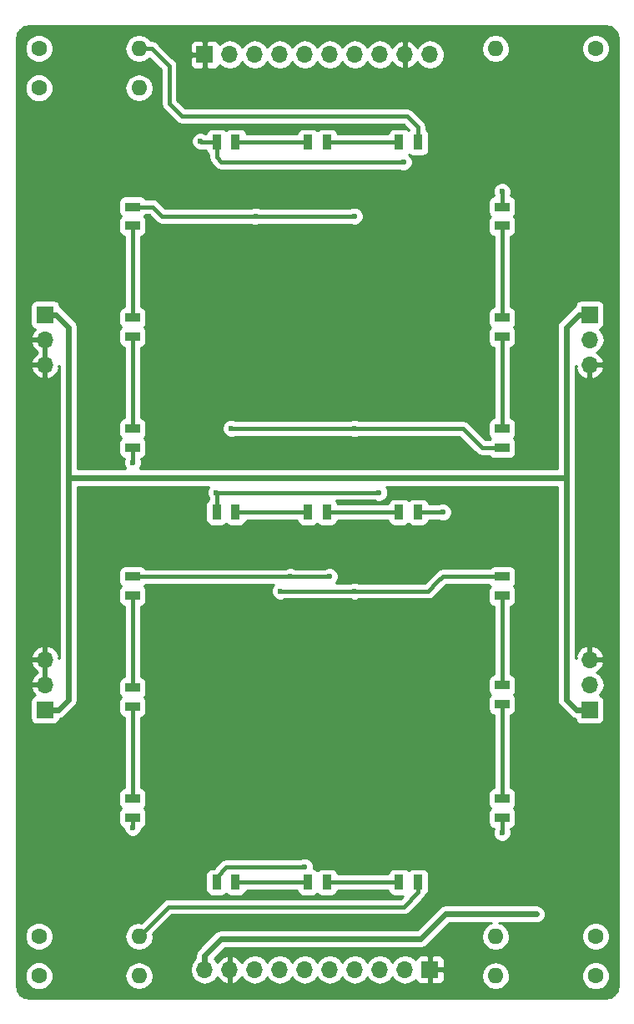
<source format=gbr>
G04 #@! TF.FileFunction,Copper,L1,Top,Signal*
%FSLAX46Y46*%
G04 Gerber Fmt 4.6, Leading zero omitted, Abs format (unit mm)*
G04 Created by KiCad (PCBNEW 4.0.4+e1-6308~48~ubuntu16.04.1-stable) date Sun Jan 28 16:13:34 2018*
%MOMM*%
%LPD*%
G01*
G04 APERTURE LIST*
%ADD10C,0.100000*%
%ADD11R,0.970000X1.500000*%
%ADD12R,1.500000X0.970000*%
%ADD13R,1.700000X1.700000*%
%ADD14O,1.700000X1.700000*%
%ADD15C,1.600000*%
%ADD16O,1.600000X1.600000*%
%ADD17C,0.600000*%
%ADD18C,0.400000*%
%ADD19C,0.600000*%
%ADD20C,0.254000*%
G04 APERTURE END LIST*
D10*
D11*
X139545000Y-67500000D03*
X141455000Y-67500000D03*
D12*
X150000000Y-75955000D03*
X150000000Y-74045000D03*
X150000000Y-134045000D03*
X150000000Y-135955000D03*
D11*
X139545000Y-142500000D03*
X141455000Y-142500000D03*
D12*
X112500000Y-134045000D03*
X112500000Y-135955000D03*
X112500000Y-96545000D03*
X112500000Y-98455000D03*
D11*
X139545000Y-105000000D03*
X141455000Y-105000000D03*
X130295000Y-67500000D03*
X132205000Y-67500000D03*
D12*
X150000000Y-87205000D03*
X150000000Y-85295000D03*
X150000000Y-122545000D03*
X150000000Y-124455000D03*
D11*
X130295000Y-142500000D03*
X132205000Y-142500000D03*
D12*
X112500000Y-122795000D03*
X112500000Y-124705000D03*
X112500000Y-85295000D03*
X112500000Y-87205000D03*
D11*
X130295000Y-105000000D03*
X132205000Y-105000000D03*
X121045000Y-67500000D03*
X122955000Y-67500000D03*
D12*
X150000000Y-98455000D03*
X150000000Y-96545000D03*
X150000000Y-111545000D03*
X150000000Y-113455000D03*
D11*
X121045000Y-142500000D03*
X122955000Y-142500000D03*
D12*
X112500000Y-111545000D03*
X112500000Y-113455000D03*
X112500000Y-74045000D03*
X112500000Y-75955000D03*
D11*
X121045000Y-105000000D03*
X122955000Y-105000000D03*
D13*
X119820000Y-58620000D03*
D14*
X122360000Y-58620000D03*
X124900000Y-58620000D03*
X127440000Y-58620000D03*
X129980000Y-58620000D03*
X132520000Y-58620000D03*
X135060000Y-58620000D03*
X137600000Y-58620000D03*
X140140000Y-58620000D03*
X142680000Y-58620000D03*
D13*
X142680000Y-151380000D03*
D14*
X140140000Y-151380000D03*
X137600000Y-151380000D03*
X135060000Y-151380000D03*
X132520000Y-151380000D03*
X129980000Y-151380000D03*
X127440000Y-151380000D03*
X124900000Y-151380000D03*
X122360000Y-151380000D03*
X119820000Y-151380000D03*
D15*
X103000000Y-58000000D03*
D16*
X113160000Y-58000000D03*
D15*
X159500000Y-58000000D03*
D16*
X149340000Y-58000000D03*
D15*
X159500000Y-152000000D03*
D16*
X149340000Y-152000000D03*
D15*
X103000000Y-148000000D03*
D16*
X113160000Y-148000000D03*
D15*
X103000000Y-152000000D03*
D16*
X113160000Y-152000000D03*
D15*
X103000000Y-62000000D03*
D16*
X113160000Y-62000000D03*
D15*
X159500000Y-148000000D03*
D16*
X149340000Y-148000000D03*
D13*
X103620000Y-84980000D03*
D14*
X103620000Y-87520000D03*
X103620000Y-90060000D03*
D13*
X158880000Y-84980000D03*
D14*
X158880000Y-87520000D03*
X158880000Y-90060000D03*
D13*
X103620000Y-125020000D03*
D14*
X103620000Y-122480000D03*
X103620000Y-119940000D03*
D13*
X158880000Y-125020000D03*
D14*
X158880000Y-122480000D03*
X158880000Y-119940000D03*
D17*
X150000000Y-72500000D03*
X150000000Y-137500000D03*
X112500000Y-137000000D03*
X112500000Y-100000000D03*
X144000000Y-105000000D03*
X140000000Y-69500000D03*
X119380000Y-67395000D03*
X122500000Y-96500000D03*
X135000000Y-96500000D03*
X135000000Y-113000000D03*
X127500000Y-113000000D03*
X129980000Y-141000000D03*
X128500000Y-111500000D03*
X132500000Y-111500000D03*
X125000000Y-75000000D03*
X135000000Y-75000000D03*
X137500000Y-103000000D03*
X121000000Y-103000000D03*
X153500000Y-145750000D03*
D18*
X132205000Y-67500000D02*
X139545000Y-67500000D01*
X114300000Y-58000000D02*
X114430000Y-58000000D01*
X114430000Y-58000000D02*
X116205000Y-59775000D01*
X120015000Y-64855000D02*
X117475000Y-64855000D01*
X141455000Y-65975000D02*
X140335000Y-64855000D01*
X140335000Y-64855000D02*
X120015000Y-64855000D01*
X116205000Y-61045000D02*
X116205000Y-59775000D01*
X141455000Y-65975000D02*
X141455000Y-67500000D01*
X116205000Y-63585000D02*
X116205000Y-61045000D01*
X117475000Y-64855000D02*
X116205000Y-63585000D01*
X113160000Y-58000000D02*
X114300000Y-58000000D01*
X114300000Y-58000000D02*
X114430000Y-58000000D01*
X150000000Y-75955000D02*
X150000000Y-85295000D01*
X150000000Y-72500000D02*
X150000000Y-74045000D01*
X150000000Y-134045000D02*
X150000000Y-124455000D01*
X150000000Y-135955000D02*
X150000000Y-137500000D01*
X132205000Y-142500000D02*
X139545000Y-142500000D01*
X141455000Y-142500000D02*
X141455000Y-143545000D01*
X116160000Y-145000000D02*
X113160000Y-148000000D01*
X140000000Y-145000000D02*
X116160000Y-145000000D01*
X141455000Y-143545000D02*
X140000000Y-145000000D01*
X112500000Y-124705000D02*
X112500000Y-134045000D01*
X112500000Y-135955000D02*
X112500000Y-137000000D01*
X112500000Y-96545000D02*
X112500000Y-87205000D01*
X112500000Y-100000000D02*
X112500000Y-98455000D01*
X132205000Y-105000000D02*
X139545000Y-105000000D01*
X144000000Y-105000000D02*
X141455000Y-105000000D01*
X122955000Y-67500000D02*
X130295000Y-67500000D01*
X150000000Y-87205000D02*
X150000000Y-96545000D01*
X150000000Y-113455000D02*
X150000000Y-122545000D01*
X122955000Y-142500000D02*
X130295000Y-142500000D01*
X112500000Y-122795000D02*
X112500000Y-113455000D01*
X112500000Y-85295000D02*
X112500000Y-75955000D01*
X122955000Y-105000000D02*
X130295000Y-105000000D01*
X121045000Y-69045000D02*
X121045000Y-67500000D01*
X121500000Y-69500000D02*
X121045000Y-69045000D01*
X140000000Y-69500000D02*
X121500000Y-69500000D01*
X119485000Y-67500000D02*
X121045000Y-67500000D01*
X119380000Y-67395000D02*
X119485000Y-67500000D01*
X150000000Y-98455000D02*
X147955000Y-98455000D01*
X146000000Y-96500000D02*
X135000000Y-96500000D01*
X147955000Y-98455000D02*
X146000000Y-96500000D01*
X135000000Y-96500000D02*
X122500000Y-96500000D01*
X135000000Y-96500000D02*
X135045000Y-96455000D01*
X143455000Y-112045000D02*
X144000000Y-111500000D01*
X135000000Y-113000000D02*
X142500000Y-113000000D01*
X142500000Y-113000000D02*
X143455000Y-112045000D01*
X144000000Y-111500000D02*
X149955000Y-111500000D01*
X149955000Y-111500000D02*
X150000000Y-111545000D01*
X127500000Y-113000000D02*
X135000000Y-113000000D01*
X121045000Y-141955000D02*
X122000000Y-141000000D01*
X122000000Y-141000000D02*
X129980000Y-141000000D01*
X121045000Y-141955000D02*
X121045000Y-142500000D01*
X128500000Y-111500000D02*
X128500000Y-111545000D01*
X128500000Y-111545000D02*
X128500000Y-111500000D01*
X128500000Y-111500000D02*
X128500000Y-111545000D01*
X132455000Y-111545000D02*
X128500000Y-111545000D01*
X128500000Y-111545000D02*
X112500000Y-111545000D01*
X132500000Y-111500000D02*
X132455000Y-111545000D01*
X125000000Y-75000000D02*
X115500000Y-75000000D01*
X114545000Y-74045000D02*
X112500000Y-74045000D01*
X115500000Y-75000000D02*
X114545000Y-74045000D01*
X125000000Y-75000000D02*
X125000000Y-75045000D01*
X125000000Y-75045000D02*
X125000000Y-75000000D01*
X125000000Y-75000000D02*
X125000000Y-75045000D01*
X125000000Y-75045000D02*
X134955000Y-75045000D01*
X134955000Y-75045000D02*
X135000000Y-75000000D01*
X121000000Y-103000000D02*
X137500000Y-103000000D01*
X121045000Y-103045000D02*
X121045000Y-105000000D01*
X121000000Y-103000000D02*
X121045000Y-103045000D01*
D19*
X158880000Y-84980000D02*
X157770000Y-84980000D01*
X156500000Y-86250000D02*
X156500000Y-101500000D01*
X157770000Y-84980000D02*
X156500000Y-86250000D01*
X156500000Y-101500000D02*
X156500000Y-119750000D01*
X157520000Y-125020000D02*
X158880000Y-125020000D01*
X156500000Y-124000000D02*
X157520000Y-125020000D01*
X156500000Y-119750000D02*
X156500000Y-124000000D01*
X106000000Y-101500000D02*
X156500000Y-101500000D01*
X103620000Y-84980000D02*
X104730000Y-84980000D01*
X104980000Y-125020000D02*
X103620000Y-125020000D01*
X106000000Y-124000000D02*
X104980000Y-125020000D01*
X106000000Y-86250000D02*
X106000000Y-101500000D01*
X106000000Y-101500000D02*
X106000000Y-124000000D01*
X104730000Y-84980000D02*
X106000000Y-86250000D01*
X119820000Y-149930000D02*
X119820000Y-151380000D01*
X121500000Y-148250000D02*
X119820000Y-149930000D01*
X141750000Y-148250000D02*
X121500000Y-148250000D01*
X144299998Y-145700002D02*
X141750000Y-148250000D01*
X153450002Y-145700002D02*
X144299998Y-145700002D01*
X153500000Y-145750000D02*
X153450002Y-145700002D01*
D20*
G36*
X160988338Y-55821046D02*
X161402333Y-56097669D01*
X161678953Y-56511660D01*
X161790000Y-57069931D01*
X161790000Y-152930069D01*
X161678953Y-153488340D01*
X161402333Y-153902331D01*
X160988338Y-154178954D01*
X160430069Y-154290000D01*
X102069931Y-154290000D01*
X101511660Y-154178953D01*
X101097669Y-153902333D01*
X100821046Y-153488338D01*
X100710000Y-152930069D01*
X100710000Y-152284187D01*
X101564752Y-152284187D01*
X101782757Y-152811800D01*
X102186077Y-153215824D01*
X102713309Y-153434750D01*
X103284187Y-153435248D01*
X103811800Y-153217243D01*
X104215824Y-152813923D01*
X104434750Y-152286691D01*
X104435000Y-152000000D01*
X111696887Y-152000000D01*
X111806120Y-152549151D01*
X112117189Y-153014698D01*
X112582736Y-153325767D01*
X113131887Y-153435000D01*
X113188113Y-153435000D01*
X113737264Y-153325767D01*
X114202811Y-153014698D01*
X114513880Y-152549151D01*
X114623113Y-152000000D01*
X114513880Y-151450849D01*
X114447101Y-151350907D01*
X118335000Y-151350907D01*
X118335000Y-151409093D01*
X118448039Y-151977378D01*
X118769946Y-152459147D01*
X119251715Y-152781054D01*
X119820000Y-152894093D01*
X120388285Y-152781054D01*
X120870054Y-152459147D01*
X121097702Y-152118447D01*
X121164817Y-152261358D01*
X121593076Y-152651645D01*
X122003110Y-152821476D01*
X122233000Y-152700155D01*
X122233000Y-151507000D01*
X122213000Y-151507000D01*
X122213000Y-151253000D01*
X122233000Y-151253000D01*
X122233000Y-150059845D01*
X122487000Y-150059845D01*
X122487000Y-151253000D01*
X122507000Y-151253000D01*
X122507000Y-151507000D01*
X122487000Y-151507000D01*
X122487000Y-152700155D01*
X122716890Y-152821476D01*
X123126924Y-152651645D01*
X123555183Y-152261358D01*
X123622298Y-152118447D01*
X123849946Y-152459147D01*
X124331715Y-152781054D01*
X124900000Y-152894093D01*
X125468285Y-152781054D01*
X125950054Y-152459147D01*
X126170000Y-152129974D01*
X126389946Y-152459147D01*
X126871715Y-152781054D01*
X127440000Y-152894093D01*
X128008285Y-152781054D01*
X128490054Y-152459147D01*
X128710000Y-152129974D01*
X128929946Y-152459147D01*
X129411715Y-152781054D01*
X129980000Y-152894093D01*
X130548285Y-152781054D01*
X131030054Y-152459147D01*
X131250000Y-152129974D01*
X131469946Y-152459147D01*
X131951715Y-152781054D01*
X132520000Y-152894093D01*
X133088285Y-152781054D01*
X133570054Y-152459147D01*
X133790000Y-152129974D01*
X134009946Y-152459147D01*
X134491715Y-152781054D01*
X135060000Y-152894093D01*
X135628285Y-152781054D01*
X136110054Y-152459147D01*
X136330000Y-152129974D01*
X136549946Y-152459147D01*
X137031715Y-152781054D01*
X137600000Y-152894093D01*
X138168285Y-152781054D01*
X138650054Y-152459147D01*
X138870000Y-152129974D01*
X139089946Y-152459147D01*
X139571715Y-152781054D01*
X140140000Y-152894093D01*
X140708285Y-152781054D01*
X141190054Y-152459147D01*
X141219403Y-152415223D01*
X141291673Y-152589698D01*
X141470301Y-152768327D01*
X141703690Y-152865000D01*
X142394250Y-152865000D01*
X142553000Y-152706250D01*
X142553000Y-151507000D01*
X142807000Y-151507000D01*
X142807000Y-152706250D01*
X142965750Y-152865000D01*
X143656310Y-152865000D01*
X143889699Y-152768327D01*
X144068327Y-152589698D01*
X144165000Y-152356309D01*
X144165000Y-152000000D01*
X147876887Y-152000000D01*
X147986120Y-152549151D01*
X148297189Y-153014698D01*
X148762736Y-153325767D01*
X149311887Y-153435000D01*
X149368113Y-153435000D01*
X149917264Y-153325767D01*
X150382811Y-153014698D01*
X150693880Y-152549151D01*
X150746584Y-152284187D01*
X158064752Y-152284187D01*
X158282757Y-152811800D01*
X158686077Y-153215824D01*
X159213309Y-153434750D01*
X159784187Y-153435248D01*
X160311800Y-153217243D01*
X160715824Y-152813923D01*
X160934750Y-152286691D01*
X160935248Y-151715813D01*
X160717243Y-151188200D01*
X160313923Y-150784176D01*
X159786691Y-150565250D01*
X159215813Y-150564752D01*
X158688200Y-150782757D01*
X158284176Y-151186077D01*
X158065250Y-151713309D01*
X158064752Y-152284187D01*
X150746584Y-152284187D01*
X150803113Y-152000000D01*
X150693880Y-151450849D01*
X150382811Y-150985302D01*
X149917264Y-150674233D01*
X149368113Y-150565000D01*
X149311887Y-150565000D01*
X148762736Y-150674233D01*
X148297189Y-150985302D01*
X147986120Y-151450849D01*
X147876887Y-152000000D01*
X144165000Y-152000000D01*
X144165000Y-151665750D01*
X144006250Y-151507000D01*
X142807000Y-151507000D01*
X142553000Y-151507000D01*
X142533000Y-151507000D01*
X142533000Y-151253000D01*
X142553000Y-151253000D01*
X142553000Y-150053750D01*
X142807000Y-150053750D01*
X142807000Y-151253000D01*
X144006250Y-151253000D01*
X144165000Y-151094250D01*
X144165000Y-150403691D01*
X144068327Y-150170302D01*
X143889699Y-149991673D01*
X143656310Y-149895000D01*
X142965750Y-149895000D01*
X142807000Y-150053750D01*
X142553000Y-150053750D01*
X142394250Y-149895000D01*
X141703690Y-149895000D01*
X141470301Y-149991673D01*
X141291673Y-150170302D01*
X141219403Y-150344777D01*
X141190054Y-150300853D01*
X140708285Y-149978946D01*
X140140000Y-149865907D01*
X139571715Y-149978946D01*
X139089946Y-150300853D01*
X138870000Y-150630026D01*
X138650054Y-150300853D01*
X138168285Y-149978946D01*
X137600000Y-149865907D01*
X137031715Y-149978946D01*
X136549946Y-150300853D01*
X136330000Y-150630026D01*
X136110054Y-150300853D01*
X135628285Y-149978946D01*
X135060000Y-149865907D01*
X134491715Y-149978946D01*
X134009946Y-150300853D01*
X133790000Y-150630026D01*
X133570054Y-150300853D01*
X133088285Y-149978946D01*
X132520000Y-149865907D01*
X131951715Y-149978946D01*
X131469946Y-150300853D01*
X131250000Y-150630026D01*
X131030054Y-150300853D01*
X130548285Y-149978946D01*
X129980000Y-149865907D01*
X129411715Y-149978946D01*
X128929946Y-150300853D01*
X128710000Y-150630026D01*
X128490054Y-150300853D01*
X128008285Y-149978946D01*
X127440000Y-149865907D01*
X126871715Y-149978946D01*
X126389946Y-150300853D01*
X126170000Y-150630026D01*
X125950054Y-150300853D01*
X125468285Y-149978946D01*
X124900000Y-149865907D01*
X124331715Y-149978946D01*
X123849946Y-150300853D01*
X123622298Y-150641553D01*
X123555183Y-150498642D01*
X123126924Y-150108355D01*
X122716890Y-149938524D01*
X122487000Y-150059845D01*
X122233000Y-150059845D01*
X122003110Y-149938524D01*
X121593076Y-150108355D01*
X121164817Y-150498642D01*
X121097702Y-150641553D01*
X120870054Y-150300853D01*
X120810937Y-150261353D01*
X121887290Y-149185000D01*
X141750000Y-149185000D01*
X142107809Y-149113827D01*
X142411145Y-148911145D01*
X144687288Y-146635002D01*
X148959963Y-146635002D01*
X148762736Y-146674233D01*
X148297189Y-146985302D01*
X147986120Y-147450849D01*
X147876887Y-148000000D01*
X147986120Y-148549151D01*
X148297189Y-149014698D01*
X148762736Y-149325767D01*
X149311887Y-149435000D01*
X149368113Y-149435000D01*
X149917264Y-149325767D01*
X150382811Y-149014698D01*
X150693880Y-148549151D01*
X150746584Y-148284187D01*
X158064752Y-148284187D01*
X158282757Y-148811800D01*
X158686077Y-149215824D01*
X159213309Y-149434750D01*
X159784187Y-149435248D01*
X160311800Y-149217243D01*
X160715824Y-148813923D01*
X160934750Y-148286691D01*
X160935248Y-147715813D01*
X160717243Y-147188200D01*
X160313923Y-146784176D01*
X159786691Y-146565250D01*
X159215813Y-146564752D01*
X158688200Y-146782757D01*
X158284176Y-147186077D01*
X158065250Y-147713309D01*
X158064752Y-148284187D01*
X150746584Y-148284187D01*
X150803113Y-148000000D01*
X150693880Y-147450849D01*
X150382811Y-146985302D01*
X149917264Y-146674233D01*
X149720037Y-146635002D01*
X153193183Y-146635002D01*
X153313201Y-146684838D01*
X153685167Y-146685162D01*
X154028943Y-146543117D01*
X154292192Y-146280327D01*
X154434838Y-145936799D01*
X154435162Y-145564833D01*
X154293117Y-145221057D01*
X154030327Y-144957808D01*
X153923396Y-144913406D01*
X153807811Y-144836175D01*
X153450002Y-144765002D01*
X144299998Y-144765002D01*
X143942189Y-144836175D01*
X143638853Y-145038857D01*
X141362710Y-147315000D01*
X121500000Y-147315000D01*
X121142191Y-147386173D01*
X120838855Y-147588855D01*
X119158855Y-149268855D01*
X118956173Y-149572191D01*
X118885000Y-149930000D01*
X118885000Y-150223977D01*
X118769946Y-150300853D01*
X118448039Y-150782622D01*
X118335000Y-151350907D01*
X114447101Y-151350907D01*
X114202811Y-150985302D01*
X113737264Y-150674233D01*
X113188113Y-150565000D01*
X113131887Y-150565000D01*
X112582736Y-150674233D01*
X112117189Y-150985302D01*
X111806120Y-151450849D01*
X111696887Y-152000000D01*
X104435000Y-152000000D01*
X104435248Y-151715813D01*
X104217243Y-151188200D01*
X103813923Y-150784176D01*
X103286691Y-150565250D01*
X102715813Y-150564752D01*
X102188200Y-150782757D01*
X101784176Y-151186077D01*
X101565250Y-151713309D01*
X101564752Y-152284187D01*
X100710000Y-152284187D01*
X100710000Y-148284187D01*
X101564752Y-148284187D01*
X101782757Y-148811800D01*
X102186077Y-149215824D01*
X102713309Y-149434750D01*
X103284187Y-149435248D01*
X103811800Y-149217243D01*
X104215824Y-148813923D01*
X104434750Y-148286691D01*
X104435000Y-148000000D01*
X111696887Y-148000000D01*
X111806120Y-148549151D01*
X112117189Y-149014698D01*
X112582736Y-149325767D01*
X113131887Y-149435000D01*
X113188113Y-149435000D01*
X113737264Y-149325767D01*
X114202811Y-149014698D01*
X114513880Y-148549151D01*
X114623113Y-148000000D01*
X114576286Y-147764582D01*
X116505868Y-145835000D01*
X140000000Y-145835000D01*
X140319541Y-145771439D01*
X140590434Y-145590434D01*
X142045434Y-144135434D01*
X142226440Y-143864540D01*
X142236539Y-143813766D01*
X142391441Y-143714090D01*
X142536431Y-143501890D01*
X142587440Y-143250000D01*
X142587440Y-141750000D01*
X142543162Y-141514683D01*
X142404090Y-141298559D01*
X142191890Y-141153569D01*
X141940000Y-141102560D01*
X140970000Y-141102560D01*
X140734683Y-141146838D01*
X140518559Y-141285910D01*
X140501766Y-141310488D01*
X140494090Y-141298559D01*
X140281890Y-141153569D01*
X140030000Y-141102560D01*
X139060000Y-141102560D01*
X138824683Y-141146838D01*
X138608559Y-141285910D01*
X138463569Y-141498110D01*
X138429773Y-141665000D01*
X133321446Y-141665000D01*
X133293162Y-141514683D01*
X133154090Y-141298559D01*
X132941890Y-141153569D01*
X132690000Y-141102560D01*
X131720000Y-141102560D01*
X131484683Y-141146838D01*
X131268559Y-141285910D01*
X131251766Y-141310488D01*
X131244090Y-141298559D01*
X131031890Y-141153569D01*
X130914888Y-141129875D01*
X130915162Y-140814833D01*
X130773117Y-140471057D01*
X130510327Y-140207808D01*
X130166799Y-140065162D01*
X129794833Y-140064838D01*
X129552422Y-140165000D01*
X122000000Y-140165000D01*
X121680459Y-140228561D01*
X121409566Y-140409566D01*
X120716572Y-141102560D01*
X120560000Y-141102560D01*
X120324683Y-141146838D01*
X120108559Y-141285910D01*
X119963569Y-141498110D01*
X119912560Y-141750000D01*
X119912560Y-143250000D01*
X119956838Y-143485317D01*
X120095910Y-143701441D01*
X120308110Y-143846431D01*
X120560000Y-143897440D01*
X121530000Y-143897440D01*
X121765317Y-143853162D01*
X121981441Y-143714090D01*
X121998234Y-143689512D01*
X122005910Y-143701441D01*
X122218110Y-143846431D01*
X122470000Y-143897440D01*
X123440000Y-143897440D01*
X123675317Y-143853162D01*
X123891441Y-143714090D01*
X124036431Y-143501890D01*
X124070227Y-143335000D01*
X129178554Y-143335000D01*
X129206838Y-143485317D01*
X129345910Y-143701441D01*
X129558110Y-143846431D01*
X129810000Y-143897440D01*
X130780000Y-143897440D01*
X131015317Y-143853162D01*
X131231441Y-143714090D01*
X131248234Y-143689512D01*
X131255910Y-143701441D01*
X131468110Y-143846431D01*
X131720000Y-143897440D01*
X132690000Y-143897440D01*
X132925317Y-143853162D01*
X133141441Y-143714090D01*
X133286431Y-143501890D01*
X133320227Y-143335000D01*
X138428554Y-143335000D01*
X138456838Y-143485317D01*
X138595910Y-143701441D01*
X138808110Y-143846431D01*
X139060000Y-143897440D01*
X139921692Y-143897440D01*
X139654132Y-144165000D01*
X116160000Y-144165000D01*
X115840460Y-144228560D01*
X115569566Y-144409566D01*
X113376633Y-146602499D01*
X113188113Y-146565000D01*
X113131887Y-146565000D01*
X112582736Y-146674233D01*
X112117189Y-146985302D01*
X111806120Y-147450849D01*
X111696887Y-148000000D01*
X104435000Y-148000000D01*
X104435248Y-147715813D01*
X104217243Y-147188200D01*
X103813923Y-146784176D01*
X103286691Y-146565250D01*
X102715813Y-146564752D01*
X102188200Y-146782757D01*
X101784176Y-147186077D01*
X101565250Y-147713309D01*
X101564752Y-148284187D01*
X100710000Y-148284187D01*
X100710000Y-120296890D01*
X102178524Y-120296890D01*
X102348355Y-120706924D01*
X102738642Y-121135183D01*
X102897954Y-121210000D01*
X102738642Y-121284817D01*
X102348355Y-121713076D01*
X102178524Y-122123110D01*
X102299845Y-122353000D01*
X103493000Y-122353000D01*
X103493000Y-120067000D01*
X102299845Y-120067000D01*
X102178524Y-120296890D01*
X100710000Y-120296890D01*
X100710000Y-119583110D01*
X102178524Y-119583110D01*
X102299845Y-119813000D01*
X103493000Y-119813000D01*
X103493000Y-118619181D01*
X103263108Y-118498514D01*
X102738642Y-118744817D01*
X102348355Y-119173076D01*
X102178524Y-119583110D01*
X100710000Y-119583110D01*
X100710000Y-90416890D01*
X102178524Y-90416890D01*
X102348355Y-90826924D01*
X102738642Y-91255183D01*
X103263108Y-91501486D01*
X103493000Y-91380819D01*
X103493000Y-90187000D01*
X102299845Y-90187000D01*
X102178524Y-90416890D01*
X100710000Y-90416890D01*
X100710000Y-87876890D01*
X102178524Y-87876890D01*
X102348355Y-88286924D01*
X102738642Y-88715183D01*
X102897954Y-88790000D01*
X102738642Y-88864817D01*
X102348355Y-89293076D01*
X102178524Y-89703110D01*
X102299845Y-89933000D01*
X103493000Y-89933000D01*
X103493000Y-87647000D01*
X102299845Y-87647000D01*
X102178524Y-87876890D01*
X100710000Y-87876890D01*
X100710000Y-84130000D01*
X102122560Y-84130000D01*
X102122560Y-85830000D01*
X102166838Y-86065317D01*
X102305910Y-86281441D01*
X102518110Y-86426431D01*
X102626107Y-86448301D01*
X102348355Y-86753076D01*
X102178524Y-87163110D01*
X102299845Y-87393000D01*
X103493000Y-87393000D01*
X103493000Y-87373000D01*
X103747000Y-87373000D01*
X103747000Y-87393000D01*
X103767000Y-87393000D01*
X103767000Y-87647000D01*
X103747000Y-87647000D01*
X103747000Y-89933000D01*
X103767000Y-89933000D01*
X103767000Y-90187000D01*
X103747000Y-90187000D01*
X103747000Y-91380819D01*
X103976892Y-91501486D01*
X104501358Y-91255183D01*
X104891645Y-90826924D01*
X105061476Y-90416890D01*
X104940156Y-90187002D01*
X105065000Y-90187002D01*
X105065000Y-119812998D01*
X104940156Y-119812998D01*
X105061476Y-119583110D01*
X104891645Y-119173076D01*
X104501358Y-118744817D01*
X103976892Y-118498514D01*
X103747000Y-118619181D01*
X103747000Y-119813000D01*
X103767000Y-119813000D01*
X103767000Y-120067000D01*
X103747000Y-120067000D01*
X103747000Y-122353000D01*
X103767000Y-122353000D01*
X103767000Y-122607000D01*
X103747000Y-122607000D01*
X103747000Y-122627000D01*
X103493000Y-122627000D01*
X103493000Y-122607000D01*
X102299845Y-122607000D01*
X102178524Y-122836890D01*
X102348355Y-123246924D01*
X102624501Y-123549937D01*
X102534683Y-123566838D01*
X102318559Y-123705910D01*
X102173569Y-123918110D01*
X102122560Y-124170000D01*
X102122560Y-125870000D01*
X102166838Y-126105317D01*
X102305910Y-126321441D01*
X102518110Y-126466431D01*
X102770000Y-126517440D01*
X104470000Y-126517440D01*
X104705317Y-126473162D01*
X104921441Y-126334090D01*
X105066431Y-126121890D01*
X105105273Y-125930081D01*
X105337809Y-125883827D01*
X105641145Y-125681145D01*
X106661145Y-124661145D01*
X106863827Y-124357809D01*
X106935000Y-124000000D01*
X106935000Y-111060000D01*
X111102560Y-111060000D01*
X111102560Y-112030000D01*
X111146838Y-112265317D01*
X111285910Y-112481441D01*
X111310488Y-112498234D01*
X111298559Y-112505910D01*
X111153569Y-112718110D01*
X111102560Y-112970000D01*
X111102560Y-113940000D01*
X111146838Y-114175317D01*
X111285910Y-114391441D01*
X111498110Y-114536431D01*
X111665000Y-114570227D01*
X111665000Y-121678554D01*
X111514683Y-121706838D01*
X111298559Y-121845910D01*
X111153569Y-122058110D01*
X111102560Y-122310000D01*
X111102560Y-123280000D01*
X111146838Y-123515317D01*
X111285910Y-123731441D01*
X111310488Y-123748234D01*
X111298559Y-123755910D01*
X111153569Y-123968110D01*
X111102560Y-124220000D01*
X111102560Y-125190000D01*
X111146838Y-125425317D01*
X111285910Y-125641441D01*
X111498110Y-125786431D01*
X111665000Y-125820227D01*
X111665000Y-132928554D01*
X111514683Y-132956838D01*
X111298559Y-133095910D01*
X111153569Y-133308110D01*
X111102560Y-133560000D01*
X111102560Y-134530000D01*
X111146838Y-134765317D01*
X111285910Y-134981441D01*
X111310488Y-134998234D01*
X111298559Y-135005910D01*
X111153569Y-135218110D01*
X111102560Y-135470000D01*
X111102560Y-136440000D01*
X111146838Y-136675317D01*
X111285910Y-136891441D01*
X111498110Y-137036431D01*
X111564956Y-137049968D01*
X111564838Y-137185167D01*
X111706883Y-137528943D01*
X111969673Y-137792192D01*
X112313201Y-137934838D01*
X112685167Y-137935162D01*
X113028943Y-137793117D01*
X113292192Y-137530327D01*
X113434838Y-137186799D01*
X113434955Y-137052638D01*
X113485317Y-137043162D01*
X113701441Y-136904090D01*
X113846431Y-136691890D01*
X113897440Y-136440000D01*
X113897440Y-135470000D01*
X113853162Y-135234683D01*
X113714090Y-135018559D01*
X113689512Y-135001766D01*
X113701441Y-134994090D01*
X113846431Y-134781890D01*
X113897440Y-134530000D01*
X113897440Y-133560000D01*
X113853162Y-133324683D01*
X113714090Y-133108559D01*
X113501890Y-132963569D01*
X113335000Y-132929773D01*
X113335000Y-125821446D01*
X113485317Y-125793162D01*
X113701441Y-125654090D01*
X113846431Y-125441890D01*
X113897440Y-125190000D01*
X113897440Y-124220000D01*
X113853162Y-123984683D01*
X113714090Y-123768559D01*
X113689512Y-123751766D01*
X113701441Y-123744090D01*
X113846431Y-123531890D01*
X113897440Y-123280000D01*
X113897440Y-122310000D01*
X113853162Y-122074683D01*
X113714090Y-121858559D01*
X113501890Y-121713569D01*
X113335000Y-121679773D01*
X113335000Y-114571446D01*
X113485317Y-114543162D01*
X113701441Y-114404090D01*
X113846431Y-114191890D01*
X113897440Y-113940000D01*
X113897440Y-112970000D01*
X113853162Y-112734683D01*
X113714090Y-112518559D01*
X113689512Y-112501766D01*
X113701441Y-112494090D01*
X113779395Y-112380000D01*
X126797638Y-112380000D01*
X126707808Y-112469673D01*
X126565162Y-112813201D01*
X126564838Y-113185167D01*
X126706883Y-113528943D01*
X126969673Y-113792192D01*
X127313201Y-113934838D01*
X127685167Y-113935162D01*
X127927578Y-113835000D01*
X134572766Y-113835000D01*
X134813201Y-113934838D01*
X135185167Y-113935162D01*
X135427578Y-113835000D01*
X142500000Y-113835000D01*
X142819541Y-113771439D01*
X143090434Y-113590434D01*
X144345868Y-112335000D01*
X148691678Y-112335000D01*
X148785910Y-112481441D01*
X148810488Y-112498234D01*
X148798559Y-112505910D01*
X148653569Y-112718110D01*
X148602560Y-112970000D01*
X148602560Y-113940000D01*
X148646838Y-114175317D01*
X148785910Y-114391441D01*
X148998110Y-114536431D01*
X149165000Y-114570227D01*
X149165000Y-121428554D01*
X149014683Y-121456838D01*
X148798559Y-121595910D01*
X148653569Y-121808110D01*
X148602560Y-122060000D01*
X148602560Y-123030000D01*
X148646838Y-123265317D01*
X148785910Y-123481441D01*
X148810488Y-123498234D01*
X148798559Y-123505910D01*
X148653569Y-123718110D01*
X148602560Y-123970000D01*
X148602560Y-124940000D01*
X148646838Y-125175317D01*
X148785910Y-125391441D01*
X148998110Y-125536431D01*
X149165000Y-125570227D01*
X149165000Y-132928554D01*
X149014683Y-132956838D01*
X148798559Y-133095910D01*
X148653569Y-133308110D01*
X148602560Y-133560000D01*
X148602560Y-134530000D01*
X148646838Y-134765317D01*
X148785910Y-134981441D01*
X148810488Y-134998234D01*
X148798559Y-135005910D01*
X148653569Y-135218110D01*
X148602560Y-135470000D01*
X148602560Y-136440000D01*
X148646838Y-136675317D01*
X148785910Y-136891441D01*
X148998110Y-137036431D01*
X149165000Y-137070227D01*
X149165000Y-137072766D01*
X149065162Y-137313201D01*
X149064838Y-137685167D01*
X149206883Y-138028943D01*
X149469673Y-138292192D01*
X149813201Y-138434838D01*
X150185167Y-138435162D01*
X150528943Y-138293117D01*
X150792192Y-138030327D01*
X150934838Y-137686799D01*
X150935162Y-137314833D01*
X150835000Y-137072422D01*
X150835000Y-137071446D01*
X150985317Y-137043162D01*
X151201441Y-136904090D01*
X151346431Y-136691890D01*
X151397440Y-136440000D01*
X151397440Y-135470000D01*
X151353162Y-135234683D01*
X151214090Y-135018559D01*
X151189512Y-135001766D01*
X151201441Y-134994090D01*
X151346431Y-134781890D01*
X151397440Y-134530000D01*
X151397440Y-133560000D01*
X151353162Y-133324683D01*
X151214090Y-133108559D01*
X151001890Y-132963569D01*
X150835000Y-132929773D01*
X150835000Y-125571446D01*
X150985317Y-125543162D01*
X151201441Y-125404090D01*
X151346431Y-125191890D01*
X151397440Y-124940000D01*
X151397440Y-123970000D01*
X151353162Y-123734683D01*
X151214090Y-123518559D01*
X151189512Y-123501766D01*
X151201441Y-123494090D01*
X151346431Y-123281890D01*
X151397440Y-123030000D01*
X151397440Y-122060000D01*
X151353162Y-121824683D01*
X151214090Y-121608559D01*
X151001890Y-121463569D01*
X150835000Y-121429773D01*
X150835000Y-114571446D01*
X150985317Y-114543162D01*
X151201441Y-114404090D01*
X151346431Y-114191890D01*
X151397440Y-113940000D01*
X151397440Y-112970000D01*
X151353162Y-112734683D01*
X151214090Y-112518559D01*
X151189512Y-112501766D01*
X151201441Y-112494090D01*
X151346431Y-112281890D01*
X151397440Y-112030000D01*
X151397440Y-111060000D01*
X151353162Y-110824683D01*
X151214090Y-110608559D01*
X151001890Y-110463569D01*
X150750000Y-110412560D01*
X149250000Y-110412560D01*
X149014683Y-110456838D01*
X148798559Y-110595910D01*
X148751352Y-110665000D01*
X144000000Y-110665000D01*
X143680459Y-110728561D01*
X143409566Y-110909566D01*
X142154132Y-112165000D01*
X135427234Y-112165000D01*
X135186799Y-112065162D01*
X134814833Y-112064838D01*
X134572422Y-112165000D01*
X133157284Y-112165000D01*
X133292192Y-112030327D01*
X133434838Y-111686799D01*
X133435162Y-111314833D01*
X133293117Y-110971057D01*
X133030327Y-110707808D01*
X132686799Y-110565162D01*
X132314833Y-110564838D01*
X131971057Y-110706883D01*
X131967935Y-110710000D01*
X129032515Y-110710000D01*
X129030327Y-110707808D01*
X128686799Y-110565162D01*
X128314833Y-110564838D01*
X127971057Y-110706883D01*
X127967935Y-110710000D01*
X113779366Y-110710000D01*
X113714090Y-110608559D01*
X113501890Y-110463569D01*
X113250000Y-110412560D01*
X111750000Y-110412560D01*
X111514683Y-110456838D01*
X111298559Y-110595910D01*
X111153569Y-110808110D01*
X111102560Y-111060000D01*
X106935000Y-111060000D01*
X106935000Y-102435000D01*
X120242542Y-102435000D01*
X120207808Y-102469673D01*
X120065162Y-102813201D01*
X120064838Y-103185167D01*
X120206883Y-103528943D01*
X120210000Y-103532065D01*
X120210000Y-103720634D01*
X120108559Y-103785910D01*
X119963569Y-103998110D01*
X119912560Y-104250000D01*
X119912560Y-105750000D01*
X119956838Y-105985317D01*
X120095910Y-106201441D01*
X120308110Y-106346431D01*
X120560000Y-106397440D01*
X121530000Y-106397440D01*
X121765317Y-106353162D01*
X121981441Y-106214090D01*
X121998234Y-106189512D01*
X122005910Y-106201441D01*
X122218110Y-106346431D01*
X122470000Y-106397440D01*
X123440000Y-106397440D01*
X123675317Y-106353162D01*
X123891441Y-106214090D01*
X124036431Y-106001890D01*
X124070227Y-105835000D01*
X129178554Y-105835000D01*
X129206838Y-105985317D01*
X129345910Y-106201441D01*
X129558110Y-106346431D01*
X129810000Y-106397440D01*
X130780000Y-106397440D01*
X131015317Y-106353162D01*
X131231441Y-106214090D01*
X131248234Y-106189512D01*
X131255910Y-106201441D01*
X131468110Y-106346431D01*
X131720000Y-106397440D01*
X132690000Y-106397440D01*
X132925317Y-106353162D01*
X133141441Y-106214090D01*
X133286431Y-106001890D01*
X133320227Y-105835000D01*
X138428554Y-105835000D01*
X138456838Y-105985317D01*
X138595910Y-106201441D01*
X138808110Y-106346431D01*
X139060000Y-106397440D01*
X140030000Y-106397440D01*
X140265317Y-106353162D01*
X140481441Y-106214090D01*
X140498234Y-106189512D01*
X140505910Y-106201441D01*
X140718110Y-106346431D01*
X140970000Y-106397440D01*
X141940000Y-106397440D01*
X142175317Y-106353162D01*
X142391441Y-106214090D01*
X142536431Y-106001890D01*
X142570227Y-105835000D01*
X143572766Y-105835000D01*
X143813201Y-105934838D01*
X144185167Y-105935162D01*
X144528943Y-105793117D01*
X144792192Y-105530327D01*
X144934838Y-105186799D01*
X144935162Y-104814833D01*
X144793117Y-104471057D01*
X144530327Y-104207808D01*
X144186799Y-104065162D01*
X143814833Y-104064838D01*
X143572422Y-104165000D01*
X142571446Y-104165000D01*
X142543162Y-104014683D01*
X142404090Y-103798559D01*
X142191890Y-103653569D01*
X141940000Y-103602560D01*
X140970000Y-103602560D01*
X140734683Y-103646838D01*
X140518559Y-103785910D01*
X140501766Y-103810488D01*
X140494090Y-103798559D01*
X140281890Y-103653569D01*
X140030000Y-103602560D01*
X139060000Y-103602560D01*
X138824683Y-103646838D01*
X138608559Y-103785910D01*
X138463569Y-103998110D01*
X138429773Y-104165000D01*
X133321446Y-104165000D01*
X133293162Y-104014683D01*
X133177539Y-103835000D01*
X137072766Y-103835000D01*
X137313201Y-103934838D01*
X137685167Y-103935162D01*
X138028943Y-103793117D01*
X138292192Y-103530327D01*
X138434838Y-103186799D01*
X138435162Y-102814833D01*
X138293117Y-102471057D01*
X138257123Y-102435000D01*
X155565000Y-102435000D01*
X155565000Y-124000000D01*
X155636173Y-124357809D01*
X155838855Y-124661145D01*
X156858855Y-125681145D01*
X157162191Y-125883827D01*
X157393832Y-125929903D01*
X157426838Y-126105317D01*
X157565910Y-126321441D01*
X157778110Y-126466431D01*
X158030000Y-126517440D01*
X159730000Y-126517440D01*
X159965317Y-126473162D01*
X160181441Y-126334090D01*
X160326431Y-126121890D01*
X160377440Y-125870000D01*
X160377440Y-124170000D01*
X160333162Y-123934683D01*
X160194090Y-123718559D01*
X159981890Y-123573569D01*
X159914459Y-123559914D01*
X159959147Y-123530054D01*
X160281054Y-123048285D01*
X160394093Y-122480000D01*
X160281054Y-121911715D01*
X159959147Y-121429946D01*
X159618447Y-121202298D01*
X159761358Y-121135183D01*
X160151645Y-120706924D01*
X160321476Y-120296890D01*
X160200155Y-120067000D01*
X159007000Y-120067000D01*
X159007000Y-120087000D01*
X158753000Y-120087000D01*
X158753000Y-120067000D01*
X158733000Y-120067000D01*
X158733000Y-119813000D01*
X158753000Y-119813000D01*
X158753000Y-118619181D01*
X159007000Y-118619181D01*
X159007000Y-119813000D01*
X160200155Y-119813000D01*
X160321476Y-119583110D01*
X160151645Y-119173076D01*
X159761358Y-118744817D01*
X159236892Y-118498514D01*
X159007000Y-118619181D01*
X158753000Y-118619181D01*
X158523108Y-118498514D01*
X157998642Y-118744817D01*
X157608355Y-119173076D01*
X157438524Y-119583110D01*
X157559844Y-119812998D01*
X157435000Y-119812998D01*
X157435000Y-90187002D01*
X157559844Y-90187002D01*
X157438524Y-90416890D01*
X157608355Y-90826924D01*
X157998642Y-91255183D01*
X158523108Y-91501486D01*
X158753000Y-91380819D01*
X158753000Y-90187000D01*
X159007000Y-90187000D01*
X159007000Y-91380819D01*
X159236892Y-91501486D01*
X159761358Y-91255183D01*
X160151645Y-90826924D01*
X160321476Y-90416890D01*
X160200155Y-90187000D01*
X159007000Y-90187000D01*
X158753000Y-90187000D01*
X158733000Y-90187000D01*
X158733000Y-89933000D01*
X158753000Y-89933000D01*
X158753000Y-89913000D01*
X159007000Y-89913000D01*
X159007000Y-89933000D01*
X160200155Y-89933000D01*
X160321476Y-89703110D01*
X160151645Y-89293076D01*
X159761358Y-88864817D01*
X159618447Y-88797702D01*
X159959147Y-88570054D01*
X160281054Y-88088285D01*
X160394093Y-87520000D01*
X160281054Y-86951715D01*
X159959147Y-86469946D01*
X159917548Y-86442150D01*
X159965317Y-86433162D01*
X160181441Y-86294090D01*
X160326431Y-86081890D01*
X160377440Y-85830000D01*
X160377440Y-84130000D01*
X160333162Y-83894683D01*
X160194090Y-83678559D01*
X159981890Y-83533569D01*
X159730000Y-83482560D01*
X158030000Y-83482560D01*
X157794683Y-83526838D01*
X157578559Y-83665910D01*
X157433569Y-83878110D01*
X157382560Y-84130000D01*
X157382560Y-84135972D01*
X157108855Y-84318855D01*
X155838855Y-85588855D01*
X155636173Y-85892191D01*
X155565000Y-86250000D01*
X155565000Y-100565000D01*
X113257458Y-100565000D01*
X113292192Y-100530327D01*
X113434838Y-100186799D01*
X113435162Y-99814833D01*
X113335000Y-99572422D01*
X113335000Y-99571446D01*
X113485317Y-99543162D01*
X113701441Y-99404090D01*
X113846431Y-99191890D01*
X113897440Y-98940000D01*
X113897440Y-97970000D01*
X113853162Y-97734683D01*
X113714090Y-97518559D01*
X113689512Y-97501766D01*
X113701441Y-97494090D01*
X113846431Y-97281890D01*
X113897440Y-97030000D01*
X113897440Y-96685167D01*
X121564838Y-96685167D01*
X121706883Y-97028943D01*
X121969673Y-97292192D01*
X122313201Y-97434838D01*
X122685167Y-97435162D01*
X122927578Y-97335000D01*
X134572766Y-97335000D01*
X134813201Y-97434838D01*
X135185167Y-97435162D01*
X135427578Y-97335000D01*
X145654132Y-97335000D01*
X147364566Y-99045435D01*
X147635460Y-99226440D01*
X147955000Y-99290000D01*
X148720634Y-99290000D01*
X148785910Y-99391441D01*
X148998110Y-99536431D01*
X149250000Y-99587440D01*
X150750000Y-99587440D01*
X150985317Y-99543162D01*
X151201441Y-99404090D01*
X151346431Y-99191890D01*
X151397440Y-98940000D01*
X151397440Y-97970000D01*
X151353162Y-97734683D01*
X151214090Y-97518559D01*
X151189512Y-97501766D01*
X151201441Y-97494090D01*
X151346431Y-97281890D01*
X151397440Y-97030000D01*
X151397440Y-96060000D01*
X151353162Y-95824683D01*
X151214090Y-95608559D01*
X151001890Y-95463569D01*
X150835000Y-95429773D01*
X150835000Y-88321446D01*
X150985317Y-88293162D01*
X151201441Y-88154090D01*
X151346431Y-87941890D01*
X151397440Y-87690000D01*
X151397440Y-86720000D01*
X151353162Y-86484683D01*
X151214090Y-86268559D01*
X151189512Y-86251766D01*
X151201441Y-86244090D01*
X151346431Y-86031890D01*
X151397440Y-85780000D01*
X151397440Y-84810000D01*
X151353162Y-84574683D01*
X151214090Y-84358559D01*
X151001890Y-84213569D01*
X150835000Y-84179773D01*
X150835000Y-77071446D01*
X150985317Y-77043162D01*
X151201441Y-76904090D01*
X151346431Y-76691890D01*
X151397440Y-76440000D01*
X151397440Y-75470000D01*
X151353162Y-75234683D01*
X151214090Y-75018559D01*
X151189512Y-75001766D01*
X151201441Y-74994090D01*
X151346431Y-74781890D01*
X151397440Y-74530000D01*
X151397440Y-73560000D01*
X151353162Y-73324683D01*
X151214090Y-73108559D01*
X151001890Y-72963569D01*
X150835000Y-72929773D01*
X150835000Y-72927234D01*
X150934838Y-72686799D01*
X150935162Y-72314833D01*
X150793117Y-71971057D01*
X150530327Y-71707808D01*
X150186799Y-71565162D01*
X149814833Y-71564838D01*
X149471057Y-71706883D01*
X149207808Y-71969673D01*
X149065162Y-72313201D01*
X149064838Y-72685167D01*
X149165000Y-72927578D01*
X149165000Y-72928554D01*
X149014683Y-72956838D01*
X148798559Y-73095910D01*
X148653569Y-73308110D01*
X148602560Y-73560000D01*
X148602560Y-74530000D01*
X148646838Y-74765317D01*
X148785910Y-74981441D01*
X148810488Y-74998234D01*
X148798559Y-75005910D01*
X148653569Y-75218110D01*
X148602560Y-75470000D01*
X148602560Y-76440000D01*
X148646838Y-76675317D01*
X148785910Y-76891441D01*
X148998110Y-77036431D01*
X149165000Y-77070227D01*
X149165000Y-84178554D01*
X149014683Y-84206838D01*
X148798559Y-84345910D01*
X148653569Y-84558110D01*
X148602560Y-84810000D01*
X148602560Y-85780000D01*
X148646838Y-86015317D01*
X148785910Y-86231441D01*
X148810488Y-86248234D01*
X148798559Y-86255910D01*
X148653569Y-86468110D01*
X148602560Y-86720000D01*
X148602560Y-87690000D01*
X148646838Y-87925317D01*
X148785910Y-88141441D01*
X148998110Y-88286431D01*
X149165000Y-88320227D01*
X149165000Y-95428554D01*
X149014683Y-95456838D01*
X148798559Y-95595910D01*
X148653569Y-95808110D01*
X148602560Y-96060000D01*
X148602560Y-97030000D01*
X148646838Y-97265317D01*
X148785910Y-97481441D01*
X148810488Y-97498234D01*
X148798559Y-97505910D01*
X148720605Y-97620000D01*
X148300869Y-97620000D01*
X146590434Y-95909566D01*
X146523087Y-95864566D01*
X146319541Y-95728561D01*
X146000000Y-95665000D01*
X135427234Y-95665000D01*
X135186799Y-95565162D01*
X134814833Y-95564838D01*
X134572422Y-95665000D01*
X122927234Y-95665000D01*
X122686799Y-95565162D01*
X122314833Y-95564838D01*
X121971057Y-95706883D01*
X121707808Y-95969673D01*
X121565162Y-96313201D01*
X121564838Y-96685167D01*
X113897440Y-96685167D01*
X113897440Y-96060000D01*
X113853162Y-95824683D01*
X113714090Y-95608559D01*
X113501890Y-95463569D01*
X113335000Y-95429773D01*
X113335000Y-88321446D01*
X113485317Y-88293162D01*
X113701441Y-88154090D01*
X113846431Y-87941890D01*
X113897440Y-87690000D01*
X113897440Y-86720000D01*
X113853162Y-86484683D01*
X113714090Y-86268559D01*
X113689512Y-86251766D01*
X113701441Y-86244090D01*
X113846431Y-86031890D01*
X113897440Y-85780000D01*
X113897440Y-84810000D01*
X113853162Y-84574683D01*
X113714090Y-84358559D01*
X113501890Y-84213569D01*
X113335000Y-84179773D01*
X113335000Y-77071446D01*
X113485317Y-77043162D01*
X113701441Y-76904090D01*
X113846431Y-76691890D01*
X113897440Y-76440000D01*
X113897440Y-75470000D01*
X113853162Y-75234683D01*
X113714090Y-75018559D01*
X113689512Y-75001766D01*
X113701441Y-74994090D01*
X113779395Y-74880000D01*
X114199132Y-74880000D01*
X114909566Y-75590434D01*
X115180459Y-75771439D01*
X115500000Y-75835000D01*
X124572766Y-75835000D01*
X124813201Y-75934838D01*
X125185167Y-75935162D01*
X125318670Y-75880000D01*
X134681137Y-75880000D01*
X134813201Y-75934838D01*
X135185167Y-75935162D01*
X135528943Y-75793117D01*
X135792192Y-75530327D01*
X135934838Y-75186799D01*
X135935162Y-74814833D01*
X135793117Y-74471057D01*
X135530327Y-74207808D01*
X135186799Y-74065162D01*
X134814833Y-74064838D01*
X134471057Y-74206883D01*
X134467935Y-74210000D01*
X125532515Y-74210000D01*
X125530327Y-74207808D01*
X125186799Y-74065162D01*
X124814833Y-74064838D01*
X124572422Y-74165000D01*
X115845868Y-74165000D01*
X115135434Y-73454566D01*
X114941050Y-73324683D01*
X114864541Y-73273561D01*
X114545000Y-73210000D01*
X113779366Y-73210000D01*
X113714090Y-73108559D01*
X113501890Y-72963569D01*
X113250000Y-72912560D01*
X111750000Y-72912560D01*
X111514683Y-72956838D01*
X111298559Y-73095910D01*
X111153569Y-73308110D01*
X111102560Y-73560000D01*
X111102560Y-74530000D01*
X111146838Y-74765317D01*
X111285910Y-74981441D01*
X111310488Y-74998234D01*
X111298559Y-75005910D01*
X111153569Y-75218110D01*
X111102560Y-75470000D01*
X111102560Y-76440000D01*
X111146838Y-76675317D01*
X111285910Y-76891441D01*
X111498110Y-77036431D01*
X111665000Y-77070227D01*
X111665000Y-84178554D01*
X111514683Y-84206838D01*
X111298559Y-84345910D01*
X111153569Y-84558110D01*
X111102560Y-84810000D01*
X111102560Y-85780000D01*
X111146838Y-86015317D01*
X111285910Y-86231441D01*
X111310488Y-86248234D01*
X111298559Y-86255910D01*
X111153569Y-86468110D01*
X111102560Y-86720000D01*
X111102560Y-87690000D01*
X111146838Y-87925317D01*
X111285910Y-88141441D01*
X111498110Y-88286431D01*
X111665000Y-88320227D01*
X111665000Y-95428554D01*
X111514683Y-95456838D01*
X111298559Y-95595910D01*
X111153569Y-95808110D01*
X111102560Y-96060000D01*
X111102560Y-97030000D01*
X111146838Y-97265317D01*
X111285910Y-97481441D01*
X111310488Y-97498234D01*
X111298559Y-97505910D01*
X111153569Y-97718110D01*
X111102560Y-97970000D01*
X111102560Y-98940000D01*
X111146838Y-99175317D01*
X111285910Y-99391441D01*
X111498110Y-99536431D01*
X111665000Y-99570227D01*
X111665000Y-99572766D01*
X111565162Y-99813201D01*
X111564838Y-100185167D01*
X111706883Y-100528943D01*
X111742877Y-100565000D01*
X106935000Y-100565000D01*
X106935000Y-86250000D01*
X106863827Y-85892191D01*
X106661145Y-85588855D01*
X105391145Y-84318855D01*
X105117440Y-84135972D01*
X105117440Y-84130000D01*
X105073162Y-83894683D01*
X104934090Y-83678559D01*
X104721890Y-83533569D01*
X104470000Y-83482560D01*
X102770000Y-83482560D01*
X102534683Y-83526838D01*
X102318559Y-83665910D01*
X102173569Y-83878110D01*
X102122560Y-84130000D01*
X100710000Y-84130000D01*
X100710000Y-62284187D01*
X101564752Y-62284187D01*
X101782757Y-62811800D01*
X102186077Y-63215824D01*
X102713309Y-63434750D01*
X103284187Y-63435248D01*
X103811800Y-63217243D01*
X104215824Y-62813923D01*
X104434750Y-62286691D01*
X104435000Y-62000000D01*
X111696887Y-62000000D01*
X111806120Y-62549151D01*
X112117189Y-63014698D01*
X112582736Y-63325767D01*
X113131887Y-63435000D01*
X113188113Y-63435000D01*
X113737264Y-63325767D01*
X114202811Y-63014698D01*
X114513880Y-62549151D01*
X114623113Y-62000000D01*
X114513880Y-61450849D01*
X114202811Y-60985302D01*
X113737264Y-60674233D01*
X113188113Y-60565000D01*
X113131887Y-60565000D01*
X112582736Y-60674233D01*
X112117189Y-60985302D01*
X111806120Y-61450849D01*
X111696887Y-62000000D01*
X104435000Y-62000000D01*
X104435248Y-61715813D01*
X104217243Y-61188200D01*
X103813923Y-60784176D01*
X103286691Y-60565250D01*
X102715813Y-60564752D01*
X102188200Y-60782757D01*
X101784176Y-61186077D01*
X101565250Y-61713309D01*
X101564752Y-62284187D01*
X100710000Y-62284187D01*
X100710000Y-58284187D01*
X101564752Y-58284187D01*
X101782757Y-58811800D01*
X102186077Y-59215824D01*
X102713309Y-59434750D01*
X103284187Y-59435248D01*
X103811800Y-59217243D01*
X104215824Y-58813923D01*
X104434750Y-58286691D01*
X104435000Y-58000000D01*
X111696887Y-58000000D01*
X111806120Y-58549151D01*
X112117189Y-59014698D01*
X112582736Y-59325767D01*
X113131887Y-59435000D01*
X113188113Y-59435000D01*
X113737264Y-59325767D01*
X114202811Y-59014698D01*
X114227252Y-58978120D01*
X115370000Y-60120868D01*
X115370000Y-63585000D01*
X115433561Y-63904541D01*
X115614566Y-64175434D01*
X116884566Y-65445434D01*
X117155459Y-65626439D01*
X117475000Y-65690000D01*
X139989132Y-65690000D01*
X140559012Y-66259880D01*
X140518559Y-66285910D01*
X140501766Y-66310488D01*
X140494090Y-66298559D01*
X140281890Y-66153569D01*
X140030000Y-66102560D01*
X139060000Y-66102560D01*
X138824683Y-66146838D01*
X138608559Y-66285910D01*
X138463569Y-66498110D01*
X138429773Y-66665000D01*
X133321446Y-66665000D01*
X133293162Y-66514683D01*
X133154090Y-66298559D01*
X132941890Y-66153569D01*
X132690000Y-66102560D01*
X131720000Y-66102560D01*
X131484683Y-66146838D01*
X131268559Y-66285910D01*
X131251766Y-66310488D01*
X131244090Y-66298559D01*
X131031890Y-66153569D01*
X130780000Y-66102560D01*
X129810000Y-66102560D01*
X129574683Y-66146838D01*
X129358559Y-66285910D01*
X129213569Y-66498110D01*
X129179773Y-66665000D01*
X124071446Y-66665000D01*
X124043162Y-66514683D01*
X123904090Y-66298559D01*
X123691890Y-66153569D01*
X123440000Y-66102560D01*
X122470000Y-66102560D01*
X122234683Y-66146838D01*
X122018559Y-66285910D01*
X122001766Y-66310488D01*
X121994090Y-66298559D01*
X121781890Y-66153569D01*
X121530000Y-66102560D01*
X120560000Y-66102560D01*
X120324683Y-66146838D01*
X120108559Y-66285910D01*
X119963569Y-66498110D01*
X119936964Y-66629491D01*
X119910327Y-66602808D01*
X119566799Y-66460162D01*
X119194833Y-66459838D01*
X118851057Y-66601883D01*
X118587808Y-66864673D01*
X118445162Y-67208201D01*
X118444838Y-67580167D01*
X118586883Y-67923943D01*
X118849673Y-68187192D01*
X119193201Y-68329838D01*
X119460218Y-68330071D01*
X119485000Y-68335000D01*
X119928554Y-68335000D01*
X119956838Y-68485317D01*
X120095910Y-68701441D01*
X120210000Y-68779395D01*
X120210000Y-69045000D01*
X120273561Y-69364541D01*
X120364072Y-69500000D01*
X120454566Y-69635434D01*
X120909566Y-70090434D01*
X121180459Y-70271439D01*
X121500000Y-70335000D01*
X139572766Y-70335000D01*
X139813201Y-70434838D01*
X140185167Y-70435162D01*
X140528943Y-70293117D01*
X140792192Y-70030327D01*
X140934838Y-69686799D01*
X140935162Y-69314833D01*
X140793117Y-68971057D01*
X140562720Y-68740258D01*
X140718110Y-68846431D01*
X140970000Y-68897440D01*
X141940000Y-68897440D01*
X142175317Y-68853162D01*
X142391441Y-68714090D01*
X142536431Y-68501890D01*
X142587440Y-68250000D01*
X142587440Y-66750000D01*
X142543162Y-66514683D01*
X142404090Y-66298559D01*
X142290000Y-66220605D01*
X142290000Y-65975000D01*
X142226439Y-65655459D01*
X142045434Y-65384566D01*
X140925434Y-64264566D01*
X140654541Y-64083561D01*
X140335000Y-64020000D01*
X117820868Y-64020000D01*
X117040000Y-63239132D01*
X117040000Y-59775000D01*
X116976439Y-59455459D01*
X116795434Y-59184566D01*
X116516618Y-58905750D01*
X118335000Y-58905750D01*
X118335000Y-59596309D01*
X118431673Y-59829698D01*
X118610301Y-60008327D01*
X118843690Y-60105000D01*
X119534250Y-60105000D01*
X119693000Y-59946250D01*
X119693000Y-58747000D01*
X118493750Y-58747000D01*
X118335000Y-58905750D01*
X116516618Y-58905750D01*
X115254559Y-57643691D01*
X118335000Y-57643691D01*
X118335000Y-58334250D01*
X118493750Y-58493000D01*
X119693000Y-58493000D01*
X119693000Y-57293750D01*
X119947000Y-57293750D01*
X119947000Y-58493000D01*
X119967000Y-58493000D01*
X119967000Y-58747000D01*
X119947000Y-58747000D01*
X119947000Y-59946250D01*
X120105750Y-60105000D01*
X120796310Y-60105000D01*
X121029699Y-60008327D01*
X121208327Y-59829698D01*
X121280597Y-59655223D01*
X121309946Y-59699147D01*
X121791715Y-60021054D01*
X122360000Y-60134093D01*
X122928285Y-60021054D01*
X123410054Y-59699147D01*
X123630000Y-59369974D01*
X123849946Y-59699147D01*
X124331715Y-60021054D01*
X124900000Y-60134093D01*
X125468285Y-60021054D01*
X125950054Y-59699147D01*
X126170000Y-59369974D01*
X126389946Y-59699147D01*
X126871715Y-60021054D01*
X127440000Y-60134093D01*
X128008285Y-60021054D01*
X128490054Y-59699147D01*
X128710000Y-59369974D01*
X128929946Y-59699147D01*
X129411715Y-60021054D01*
X129980000Y-60134093D01*
X130548285Y-60021054D01*
X131030054Y-59699147D01*
X131250000Y-59369974D01*
X131469946Y-59699147D01*
X131951715Y-60021054D01*
X132520000Y-60134093D01*
X133088285Y-60021054D01*
X133570054Y-59699147D01*
X133790000Y-59369974D01*
X134009946Y-59699147D01*
X134491715Y-60021054D01*
X135060000Y-60134093D01*
X135628285Y-60021054D01*
X136110054Y-59699147D01*
X136330000Y-59369974D01*
X136549946Y-59699147D01*
X137031715Y-60021054D01*
X137600000Y-60134093D01*
X138168285Y-60021054D01*
X138650054Y-59699147D01*
X138877702Y-59358447D01*
X138944817Y-59501358D01*
X139373076Y-59891645D01*
X139783110Y-60061476D01*
X140013000Y-59940155D01*
X140013000Y-58747000D01*
X139993000Y-58747000D01*
X139993000Y-58493000D01*
X140013000Y-58493000D01*
X140013000Y-57299845D01*
X140267000Y-57299845D01*
X140267000Y-58493000D01*
X140287000Y-58493000D01*
X140287000Y-58747000D01*
X140267000Y-58747000D01*
X140267000Y-59940155D01*
X140496890Y-60061476D01*
X140906924Y-59891645D01*
X141335183Y-59501358D01*
X141402298Y-59358447D01*
X141629946Y-59699147D01*
X142111715Y-60021054D01*
X142680000Y-60134093D01*
X143248285Y-60021054D01*
X143730054Y-59699147D01*
X144051961Y-59217378D01*
X144165000Y-58649093D01*
X144165000Y-58590907D01*
X144051961Y-58022622D01*
X144036846Y-58000000D01*
X147876887Y-58000000D01*
X147986120Y-58549151D01*
X148297189Y-59014698D01*
X148762736Y-59325767D01*
X149311887Y-59435000D01*
X149368113Y-59435000D01*
X149917264Y-59325767D01*
X150382811Y-59014698D01*
X150693880Y-58549151D01*
X150746584Y-58284187D01*
X158064752Y-58284187D01*
X158282757Y-58811800D01*
X158686077Y-59215824D01*
X159213309Y-59434750D01*
X159784187Y-59435248D01*
X160311800Y-59217243D01*
X160715824Y-58813923D01*
X160934750Y-58286691D01*
X160935248Y-57715813D01*
X160717243Y-57188200D01*
X160313923Y-56784176D01*
X159786691Y-56565250D01*
X159215813Y-56564752D01*
X158688200Y-56782757D01*
X158284176Y-57186077D01*
X158065250Y-57713309D01*
X158064752Y-58284187D01*
X150746584Y-58284187D01*
X150803113Y-58000000D01*
X150693880Y-57450849D01*
X150382811Y-56985302D01*
X149917264Y-56674233D01*
X149368113Y-56565000D01*
X149311887Y-56565000D01*
X148762736Y-56674233D01*
X148297189Y-56985302D01*
X147986120Y-57450849D01*
X147876887Y-58000000D01*
X144036846Y-58000000D01*
X143730054Y-57540853D01*
X143248285Y-57218946D01*
X142680000Y-57105907D01*
X142111715Y-57218946D01*
X141629946Y-57540853D01*
X141402298Y-57881553D01*
X141335183Y-57738642D01*
X140906924Y-57348355D01*
X140496890Y-57178524D01*
X140267000Y-57299845D01*
X140013000Y-57299845D01*
X139783110Y-57178524D01*
X139373076Y-57348355D01*
X138944817Y-57738642D01*
X138877702Y-57881553D01*
X138650054Y-57540853D01*
X138168285Y-57218946D01*
X137600000Y-57105907D01*
X137031715Y-57218946D01*
X136549946Y-57540853D01*
X136330000Y-57870026D01*
X136110054Y-57540853D01*
X135628285Y-57218946D01*
X135060000Y-57105907D01*
X134491715Y-57218946D01*
X134009946Y-57540853D01*
X133790000Y-57870026D01*
X133570054Y-57540853D01*
X133088285Y-57218946D01*
X132520000Y-57105907D01*
X131951715Y-57218946D01*
X131469946Y-57540853D01*
X131250000Y-57870026D01*
X131030054Y-57540853D01*
X130548285Y-57218946D01*
X129980000Y-57105907D01*
X129411715Y-57218946D01*
X128929946Y-57540853D01*
X128710000Y-57870026D01*
X128490054Y-57540853D01*
X128008285Y-57218946D01*
X127440000Y-57105907D01*
X126871715Y-57218946D01*
X126389946Y-57540853D01*
X126170000Y-57870026D01*
X125950054Y-57540853D01*
X125468285Y-57218946D01*
X124900000Y-57105907D01*
X124331715Y-57218946D01*
X123849946Y-57540853D01*
X123630000Y-57870026D01*
X123410054Y-57540853D01*
X122928285Y-57218946D01*
X122360000Y-57105907D01*
X121791715Y-57218946D01*
X121309946Y-57540853D01*
X121280597Y-57584777D01*
X121208327Y-57410302D01*
X121029699Y-57231673D01*
X120796310Y-57135000D01*
X120105750Y-57135000D01*
X119947000Y-57293750D01*
X119693000Y-57293750D01*
X119534250Y-57135000D01*
X118843690Y-57135000D01*
X118610301Y-57231673D01*
X118431673Y-57410302D01*
X118335000Y-57643691D01*
X115254559Y-57643691D01*
X115020434Y-57409566D01*
X114928825Y-57348355D01*
X114749541Y-57228561D01*
X114430000Y-57165000D01*
X114322882Y-57165000D01*
X114202811Y-56985302D01*
X113737264Y-56674233D01*
X113188113Y-56565000D01*
X113131887Y-56565000D01*
X112582736Y-56674233D01*
X112117189Y-56985302D01*
X111806120Y-57450849D01*
X111696887Y-58000000D01*
X104435000Y-58000000D01*
X104435248Y-57715813D01*
X104217243Y-57188200D01*
X103813923Y-56784176D01*
X103286691Y-56565250D01*
X102715813Y-56564752D01*
X102188200Y-56782757D01*
X101784176Y-57186077D01*
X101565250Y-57713309D01*
X101564752Y-58284187D01*
X100710000Y-58284187D01*
X100710000Y-57069931D01*
X100821046Y-56511662D01*
X101097669Y-56097667D01*
X101511660Y-55821047D01*
X102069931Y-55710000D01*
X160430069Y-55710000D01*
X160988338Y-55821046D01*
X160988338Y-55821046D01*
G37*
X160988338Y-55821046D02*
X161402333Y-56097669D01*
X161678953Y-56511660D01*
X161790000Y-57069931D01*
X161790000Y-152930069D01*
X161678953Y-153488340D01*
X161402333Y-153902331D01*
X160988338Y-154178954D01*
X160430069Y-154290000D01*
X102069931Y-154290000D01*
X101511660Y-154178953D01*
X101097669Y-153902333D01*
X100821046Y-153488338D01*
X100710000Y-152930069D01*
X100710000Y-152284187D01*
X101564752Y-152284187D01*
X101782757Y-152811800D01*
X102186077Y-153215824D01*
X102713309Y-153434750D01*
X103284187Y-153435248D01*
X103811800Y-153217243D01*
X104215824Y-152813923D01*
X104434750Y-152286691D01*
X104435000Y-152000000D01*
X111696887Y-152000000D01*
X111806120Y-152549151D01*
X112117189Y-153014698D01*
X112582736Y-153325767D01*
X113131887Y-153435000D01*
X113188113Y-153435000D01*
X113737264Y-153325767D01*
X114202811Y-153014698D01*
X114513880Y-152549151D01*
X114623113Y-152000000D01*
X114513880Y-151450849D01*
X114447101Y-151350907D01*
X118335000Y-151350907D01*
X118335000Y-151409093D01*
X118448039Y-151977378D01*
X118769946Y-152459147D01*
X119251715Y-152781054D01*
X119820000Y-152894093D01*
X120388285Y-152781054D01*
X120870054Y-152459147D01*
X121097702Y-152118447D01*
X121164817Y-152261358D01*
X121593076Y-152651645D01*
X122003110Y-152821476D01*
X122233000Y-152700155D01*
X122233000Y-151507000D01*
X122213000Y-151507000D01*
X122213000Y-151253000D01*
X122233000Y-151253000D01*
X122233000Y-150059845D01*
X122487000Y-150059845D01*
X122487000Y-151253000D01*
X122507000Y-151253000D01*
X122507000Y-151507000D01*
X122487000Y-151507000D01*
X122487000Y-152700155D01*
X122716890Y-152821476D01*
X123126924Y-152651645D01*
X123555183Y-152261358D01*
X123622298Y-152118447D01*
X123849946Y-152459147D01*
X124331715Y-152781054D01*
X124900000Y-152894093D01*
X125468285Y-152781054D01*
X125950054Y-152459147D01*
X126170000Y-152129974D01*
X126389946Y-152459147D01*
X126871715Y-152781054D01*
X127440000Y-152894093D01*
X128008285Y-152781054D01*
X128490054Y-152459147D01*
X128710000Y-152129974D01*
X128929946Y-152459147D01*
X129411715Y-152781054D01*
X129980000Y-152894093D01*
X130548285Y-152781054D01*
X131030054Y-152459147D01*
X131250000Y-152129974D01*
X131469946Y-152459147D01*
X131951715Y-152781054D01*
X132520000Y-152894093D01*
X133088285Y-152781054D01*
X133570054Y-152459147D01*
X133790000Y-152129974D01*
X134009946Y-152459147D01*
X134491715Y-152781054D01*
X135060000Y-152894093D01*
X135628285Y-152781054D01*
X136110054Y-152459147D01*
X136330000Y-152129974D01*
X136549946Y-152459147D01*
X137031715Y-152781054D01*
X137600000Y-152894093D01*
X138168285Y-152781054D01*
X138650054Y-152459147D01*
X138870000Y-152129974D01*
X139089946Y-152459147D01*
X139571715Y-152781054D01*
X140140000Y-152894093D01*
X140708285Y-152781054D01*
X141190054Y-152459147D01*
X141219403Y-152415223D01*
X141291673Y-152589698D01*
X141470301Y-152768327D01*
X141703690Y-152865000D01*
X142394250Y-152865000D01*
X142553000Y-152706250D01*
X142553000Y-151507000D01*
X142807000Y-151507000D01*
X142807000Y-152706250D01*
X142965750Y-152865000D01*
X143656310Y-152865000D01*
X143889699Y-152768327D01*
X144068327Y-152589698D01*
X144165000Y-152356309D01*
X144165000Y-152000000D01*
X147876887Y-152000000D01*
X147986120Y-152549151D01*
X148297189Y-153014698D01*
X148762736Y-153325767D01*
X149311887Y-153435000D01*
X149368113Y-153435000D01*
X149917264Y-153325767D01*
X150382811Y-153014698D01*
X150693880Y-152549151D01*
X150746584Y-152284187D01*
X158064752Y-152284187D01*
X158282757Y-152811800D01*
X158686077Y-153215824D01*
X159213309Y-153434750D01*
X159784187Y-153435248D01*
X160311800Y-153217243D01*
X160715824Y-152813923D01*
X160934750Y-152286691D01*
X160935248Y-151715813D01*
X160717243Y-151188200D01*
X160313923Y-150784176D01*
X159786691Y-150565250D01*
X159215813Y-150564752D01*
X158688200Y-150782757D01*
X158284176Y-151186077D01*
X158065250Y-151713309D01*
X158064752Y-152284187D01*
X150746584Y-152284187D01*
X150803113Y-152000000D01*
X150693880Y-151450849D01*
X150382811Y-150985302D01*
X149917264Y-150674233D01*
X149368113Y-150565000D01*
X149311887Y-150565000D01*
X148762736Y-150674233D01*
X148297189Y-150985302D01*
X147986120Y-151450849D01*
X147876887Y-152000000D01*
X144165000Y-152000000D01*
X144165000Y-151665750D01*
X144006250Y-151507000D01*
X142807000Y-151507000D01*
X142553000Y-151507000D01*
X142533000Y-151507000D01*
X142533000Y-151253000D01*
X142553000Y-151253000D01*
X142553000Y-150053750D01*
X142807000Y-150053750D01*
X142807000Y-151253000D01*
X144006250Y-151253000D01*
X144165000Y-151094250D01*
X144165000Y-150403691D01*
X144068327Y-150170302D01*
X143889699Y-149991673D01*
X143656310Y-149895000D01*
X142965750Y-149895000D01*
X142807000Y-150053750D01*
X142553000Y-150053750D01*
X142394250Y-149895000D01*
X141703690Y-149895000D01*
X141470301Y-149991673D01*
X141291673Y-150170302D01*
X141219403Y-150344777D01*
X141190054Y-150300853D01*
X140708285Y-149978946D01*
X140140000Y-149865907D01*
X139571715Y-149978946D01*
X139089946Y-150300853D01*
X138870000Y-150630026D01*
X138650054Y-150300853D01*
X138168285Y-149978946D01*
X137600000Y-149865907D01*
X137031715Y-149978946D01*
X136549946Y-150300853D01*
X136330000Y-150630026D01*
X136110054Y-150300853D01*
X135628285Y-149978946D01*
X135060000Y-149865907D01*
X134491715Y-149978946D01*
X134009946Y-150300853D01*
X133790000Y-150630026D01*
X133570054Y-150300853D01*
X133088285Y-149978946D01*
X132520000Y-149865907D01*
X131951715Y-149978946D01*
X131469946Y-150300853D01*
X131250000Y-150630026D01*
X131030054Y-150300853D01*
X130548285Y-149978946D01*
X129980000Y-149865907D01*
X129411715Y-149978946D01*
X128929946Y-150300853D01*
X128710000Y-150630026D01*
X128490054Y-150300853D01*
X128008285Y-149978946D01*
X127440000Y-149865907D01*
X126871715Y-149978946D01*
X126389946Y-150300853D01*
X126170000Y-150630026D01*
X125950054Y-150300853D01*
X125468285Y-149978946D01*
X124900000Y-149865907D01*
X124331715Y-149978946D01*
X123849946Y-150300853D01*
X123622298Y-150641553D01*
X123555183Y-150498642D01*
X123126924Y-150108355D01*
X122716890Y-149938524D01*
X122487000Y-150059845D01*
X122233000Y-150059845D01*
X122003110Y-149938524D01*
X121593076Y-150108355D01*
X121164817Y-150498642D01*
X121097702Y-150641553D01*
X120870054Y-150300853D01*
X120810937Y-150261353D01*
X121887290Y-149185000D01*
X141750000Y-149185000D01*
X142107809Y-149113827D01*
X142411145Y-148911145D01*
X144687288Y-146635002D01*
X148959963Y-146635002D01*
X148762736Y-146674233D01*
X148297189Y-146985302D01*
X147986120Y-147450849D01*
X147876887Y-148000000D01*
X147986120Y-148549151D01*
X148297189Y-149014698D01*
X148762736Y-149325767D01*
X149311887Y-149435000D01*
X149368113Y-149435000D01*
X149917264Y-149325767D01*
X150382811Y-149014698D01*
X150693880Y-148549151D01*
X150746584Y-148284187D01*
X158064752Y-148284187D01*
X158282757Y-148811800D01*
X158686077Y-149215824D01*
X159213309Y-149434750D01*
X159784187Y-149435248D01*
X160311800Y-149217243D01*
X160715824Y-148813923D01*
X160934750Y-148286691D01*
X160935248Y-147715813D01*
X160717243Y-147188200D01*
X160313923Y-146784176D01*
X159786691Y-146565250D01*
X159215813Y-146564752D01*
X158688200Y-146782757D01*
X158284176Y-147186077D01*
X158065250Y-147713309D01*
X158064752Y-148284187D01*
X150746584Y-148284187D01*
X150803113Y-148000000D01*
X150693880Y-147450849D01*
X150382811Y-146985302D01*
X149917264Y-146674233D01*
X149720037Y-146635002D01*
X153193183Y-146635002D01*
X153313201Y-146684838D01*
X153685167Y-146685162D01*
X154028943Y-146543117D01*
X154292192Y-146280327D01*
X154434838Y-145936799D01*
X154435162Y-145564833D01*
X154293117Y-145221057D01*
X154030327Y-144957808D01*
X153923396Y-144913406D01*
X153807811Y-144836175D01*
X153450002Y-144765002D01*
X144299998Y-144765002D01*
X143942189Y-144836175D01*
X143638853Y-145038857D01*
X141362710Y-147315000D01*
X121500000Y-147315000D01*
X121142191Y-147386173D01*
X120838855Y-147588855D01*
X119158855Y-149268855D01*
X118956173Y-149572191D01*
X118885000Y-149930000D01*
X118885000Y-150223977D01*
X118769946Y-150300853D01*
X118448039Y-150782622D01*
X118335000Y-151350907D01*
X114447101Y-151350907D01*
X114202811Y-150985302D01*
X113737264Y-150674233D01*
X113188113Y-150565000D01*
X113131887Y-150565000D01*
X112582736Y-150674233D01*
X112117189Y-150985302D01*
X111806120Y-151450849D01*
X111696887Y-152000000D01*
X104435000Y-152000000D01*
X104435248Y-151715813D01*
X104217243Y-151188200D01*
X103813923Y-150784176D01*
X103286691Y-150565250D01*
X102715813Y-150564752D01*
X102188200Y-150782757D01*
X101784176Y-151186077D01*
X101565250Y-151713309D01*
X101564752Y-152284187D01*
X100710000Y-152284187D01*
X100710000Y-148284187D01*
X101564752Y-148284187D01*
X101782757Y-148811800D01*
X102186077Y-149215824D01*
X102713309Y-149434750D01*
X103284187Y-149435248D01*
X103811800Y-149217243D01*
X104215824Y-148813923D01*
X104434750Y-148286691D01*
X104435000Y-148000000D01*
X111696887Y-148000000D01*
X111806120Y-148549151D01*
X112117189Y-149014698D01*
X112582736Y-149325767D01*
X113131887Y-149435000D01*
X113188113Y-149435000D01*
X113737264Y-149325767D01*
X114202811Y-149014698D01*
X114513880Y-148549151D01*
X114623113Y-148000000D01*
X114576286Y-147764582D01*
X116505868Y-145835000D01*
X140000000Y-145835000D01*
X140319541Y-145771439D01*
X140590434Y-145590434D01*
X142045434Y-144135434D01*
X142226440Y-143864540D01*
X142236539Y-143813766D01*
X142391441Y-143714090D01*
X142536431Y-143501890D01*
X142587440Y-143250000D01*
X142587440Y-141750000D01*
X142543162Y-141514683D01*
X142404090Y-141298559D01*
X142191890Y-141153569D01*
X141940000Y-141102560D01*
X140970000Y-141102560D01*
X140734683Y-141146838D01*
X140518559Y-141285910D01*
X140501766Y-141310488D01*
X140494090Y-141298559D01*
X140281890Y-141153569D01*
X140030000Y-141102560D01*
X139060000Y-141102560D01*
X138824683Y-141146838D01*
X138608559Y-141285910D01*
X138463569Y-141498110D01*
X138429773Y-141665000D01*
X133321446Y-141665000D01*
X133293162Y-141514683D01*
X133154090Y-141298559D01*
X132941890Y-141153569D01*
X132690000Y-141102560D01*
X131720000Y-141102560D01*
X131484683Y-141146838D01*
X131268559Y-141285910D01*
X131251766Y-141310488D01*
X131244090Y-141298559D01*
X131031890Y-141153569D01*
X130914888Y-141129875D01*
X130915162Y-140814833D01*
X130773117Y-140471057D01*
X130510327Y-140207808D01*
X130166799Y-140065162D01*
X129794833Y-140064838D01*
X129552422Y-140165000D01*
X122000000Y-140165000D01*
X121680459Y-140228561D01*
X121409566Y-140409566D01*
X120716572Y-141102560D01*
X120560000Y-141102560D01*
X120324683Y-141146838D01*
X120108559Y-141285910D01*
X119963569Y-141498110D01*
X119912560Y-141750000D01*
X119912560Y-143250000D01*
X119956838Y-143485317D01*
X120095910Y-143701441D01*
X120308110Y-143846431D01*
X120560000Y-143897440D01*
X121530000Y-143897440D01*
X121765317Y-143853162D01*
X121981441Y-143714090D01*
X121998234Y-143689512D01*
X122005910Y-143701441D01*
X122218110Y-143846431D01*
X122470000Y-143897440D01*
X123440000Y-143897440D01*
X123675317Y-143853162D01*
X123891441Y-143714090D01*
X124036431Y-143501890D01*
X124070227Y-143335000D01*
X129178554Y-143335000D01*
X129206838Y-143485317D01*
X129345910Y-143701441D01*
X129558110Y-143846431D01*
X129810000Y-143897440D01*
X130780000Y-143897440D01*
X131015317Y-143853162D01*
X131231441Y-143714090D01*
X131248234Y-143689512D01*
X131255910Y-143701441D01*
X131468110Y-143846431D01*
X131720000Y-143897440D01*
X132690000Y-143897440D01*
X132925317Y-143853162D01*
X133141441Y-143714090D01*
X133286431Y-143501890D01*
X133320227Y-143335000D01*
X138428554Y-143335000D01*
X138456838Y-143485317D01*
X138595910Y-143701441D01*
X138808110Y-143846431D01*
X139060000Y-143897440D01*
X139921692Y-143897440D01*
X139654132Y-144165000D01*
X116160000Y-144165000D01*
X115840460Y-144228560D01*
X115569566Y-144409566D01*
X113376633Y-146602499D01*
X113188113Y-146565000D01*
X113131887Y-146565000D01*
X112582736Y-146674233D01*
X112117189Y-146985302D01*
X111806120Y-147450849D01*
X111696887Y-148000000D01*
X104435000Y-148000000D01*
X104435248Y-147715813D01*
X104217243Y-147188200D01*
X103813923Y-146784176D01*
X103286691Y-146565250D01*
X102715813Y-146564752D01*
X102188200Y-146782757D01*
X101784176Y-147186077D01*
X101565250Y-147713309D01*
X101564752Y-148284187D01*
X100710000Y-148284187D01*
X100710000Y-120296890D01*
X102178524Y-120296890D01*
X102348355Y-120706924D01*
X102738642Y-121135183D01*
X102897954Y-121210000D01*
X102738642Y-121284817D01*
X102348355Y-121713076D01*
X102178524Y-122123110D01*
X102299845Y-122353000D01*
X103493000Y-122353000D01*
X103493000Y-120067000D01*
X102299845Y-120067000D01*
X102178524Y-120296890D01*
X100710000Y-120296890D01*
X100710000Y-119583110D01*
X102178524Y-119583110D01*
X102299845Y-119813000D01*
X103493000Y-119813000D01*
X103493000Y-118619181D01*
X103263108Y-118498514D01*
X102738642Y-118744817D01*
X102348355Y-119173076D01*
X102178524Y-119583110D01*
X100710000Y-119583110D01*
X100710000Y-90416890D01*
X102178524Y-90416890D01*
X102348355Y-90826924D01*
X102738642Y-91255183D01*
X103263108Y-91501486D01*
X103493000Y-91380819D01*
X103493000Y-90187000D01*
X102299845Y-90187000D01*
X102178524Y-90416890D01*
X100710000Y-90416890D01*
X100710000Y-87876890D01*
X102178524Y-87876890D01*
X102348355Y-88286924D01*
X102738642Y-88715183D01*
X102897954Y-88790000D01*
X102738642Y-88864817D01*
X102348355Y-89293076D01*
X102178524Y-89703110D01*
X102299845Y-89933000D01*
X103493000Y-89933000D01*
X103493000Y-87647000D01*
X102299845Y-87647000D01*
X102178524Y-87876890D01*
X100710000Y-87876890D01*
X100710000Y-84130000D01*
X102122560Y-84130000D01*
X102122560Y-85830000D01*
X102166838Y-86065317D01*
X102305910Y-86281441D01*
X102518110Y-86426431D01*
X102626107Y-86448301D01*
X102348355Y-86753076D01*
X102178524Y-87163110D01*
X102299845Y-87393000D01*
X103493000Y-87393000D01*
X103493000Y-87373000D01*
X103747000Y-87373000D01*
X103747000Y-87393000D01*
X103767000Y-87393000D01*
X103767000Y-87647000D01*
X103747000Y-87647000D01*
X103747000Y-89933000D01*
X103767000Y-89933000D01*
X103767000Y-90187000D01*
X103747000Y-90187000D01*
X103747000Y-91380819D01*
X103976892Y-91501486D01*
X104501358Y-91255183D01*
X104891645Y-90826924D01*
X105061476Y-90416890D01*
X104940156Y-90187002D01*
X105065000Y-90187002D01*
X105065000Y-119812998D01*
X104940156Y-119812998D01*
X105061476Y-119583110D01*
X104891645Y-119173076D01*
X104501358Y-118744817D01*
X103976892Y-118498514D01*
X103747000Y-118619181D01*
X103747000Y-119813000D01*
X103767000Y-119813000D01*
X103767000Y-120067000D01*
X103747000Y-120067000D01*
X103747000Y-122353000D01*
X103767000Y-122353000D01*
X103767000Y-122607000D01*
X103747000Y-122607000D01*
X103747000Y-122627000D01*
X103493000Y-122627000D01*
X103493000Y-122607000D01*
X102299845Y-122607000D01*
X102178524Y-122836890D01*
X102348355Y-123246924D01*
X102624501Y-123549937D01*
X102534683Y-123566838D01*
X102318559Y-123705910D01*
X102173569Y-123918110D01*
X102122560Y-124170000D01*
X102122560Y-125870000D01*
X102166838Y-126105317D01*
X102305910Y-126321441D01*
X102518110Y-126466431D01*
X102770000Y-126517440D01*
X104470000Y-126517440D01*
X104705317Y-126473162D01*
X104921441Y-126334090D01*
X105066431Y-126121890D01*
X105105273Y-125930081D01*
X105337809Y-125883827D01*
X105641145Y-125681145D01*
X106661145Y-124661145D01*
X106863827Y-124357809D01*
X106935000Y-124000000D01*
X106935000Y-111060000D01*
X111102560Y-111060000D01*
X111102560Y-112030000D01*
X111146838Y-112265317D01*
X111285910Y-112481441D01*
X111310488Y-112498234D01*
X111298559Y-112505910D01*
X111153569Y-112718110D01*
X111102560Y-112970000D01*
X111102560Y-113940000D01*
X111146838Y-114175317D01*
X111285910Y-114391441D01*
X111498110Y-114536431D01*
X111665000Y-114570227D01*
X111665000Y-121678554D01*
X111514683Y-121706838D01*
X111298559Y-121845910D01*
X111153569Y-122058110D01*
X111102560Y-122310000D01*
X111102560Y-123280000D01*
X111146838Y-123515317D01*
X111285910Y-123731441D01*
X111310488Y-123748234D01*
X111298559Y-123755910D01*
X111153569Y-123968110D01*
X111102560Y-124220000D01*
X111102560Y-125190000D01*
X111146838Y-125425317D01*
X111285910Y-125641441D01*
X111498110Y-125786431D01*
X111665000Y-125820227D01*
X111665000Y-132928554D01*
X111514683Y-132956838D01*
X111298559Y-133095910D01*
X111153569Y-133308110D01*
X111102560Y-133560000D01*
X111102560Y-134530000D01*
X111146838Y-134765317D01*
X111285910Y-134981441D01*
X111310488Y-134998234D01*
X111298559Y-135005910D01*
X111153569Y-135218110D01*
X111102560Y-135470000D01*
X111102560Y-136440000D01*
X111146838Y-136675317D01*
X111285910Y-136891441D01*
X111498110Y-137036431D01*
X111564956Y-137049968D01*
X111564838Y-137185167D01*
X111706883Y-137528943D01*
X111969673Y-137792192D01*
X112313201Y-137934838D01*
X112685167Y-137935162D01*
X113028943Y-137793117D01*
X113292192Y-137530327D01*
X113434838Y-137186799D01*
X113434955Y-137052638D01*
X113485317Y-137043162D01*
X113701441Y-136904090D01*
X113846431Y-136691890D01*
X113897440Y-136440000D01*
X113897440Y-135470000D01*
X113853162Y-135234683D01*
X113714090Y-135018559D01*
X113689512Y-135001766D01*
X113701441Y-134994090D01*
X113846431Y-134781890D01*
X113897440Y-134530000D01*
X113897440Y-133560000D01*
X113853162Y-133324683D01*
X113714090Y-133108559D01*
X113501890Y-132963569D01*
X113335000Y-132929773D01*
X113335000Y-125821446D01*
X113485317Y-125793162D01*
X113701441Y-125654090D01*
X113846431Y-125441890D01*
X113897440Y-125190000D01*
X113897440Y-124220000D01*
X113853162Y-123984683D01*
X113714090Y-123768559D01*
X113689512Y-123751766D01*
X113701441Y-123744090D01*
X113846431Y-123531890D01*
X113897440Y-123280000D01*
X113897440Y-122310000D01*
X113853162Y-122074683D01*
X113714090Y-121858559D01*
X113501890Y-121713569D01*
X113335000Y-121679773D01*
X113335000Y-114571446D01*
X113485317Y-114543162D01*
X113701441Y-114404090D01*
X113846431Y-114191890D01*
X113897440Y-113940000D01*
X113897440Y-112970000D01*
X113853162Y-112734683D01*
X113714090Y-112518559D01*
X113689512Y-112501766D01*
X113701441Y-112494090D01*
X113779395Y-112380000D01*
X126797638Y-112380000D01*
X126707808Y-112469673D01*
X126565162Y-112813201D01*
X126564838Y-113185167D01*
X126706883Y-113528943D01*
X126969673Y-113792192D01*
X127313201Y-113934838D01*
X127685167Y-113935162D01*
X127927578Y-113835000D01*
X134572766Y-113835000D01*
X134813201Y-113934838D01*
X135185167Y-113935162D01*
X135427578Y-113835000D01*
X142500000Y-113835000D01*
X142819541Y-113771439D01*
X143090434Y-113590434D01*
X144345868Y-112335000D01*
X148691678Y-112335000D01*
X148785910Y-112481441D01*
X148810488Y-112498234D01*
X148798559Y-112505910D01*
X148653569Y-112718110D01*
X148602560Y-112970000D01*
X148602560Y-113940000D01*
X148646838Y-114175317D01*
X148785910Y-114391441D01*
X148998110Y-114536431D01*
X149165000Y-114570227D01*
X149165000Y-121428554D01*
X149014683Y-121456838D01*
X148798559Y-121595910D01*
X148653569Y-121808110D01*
X148602560Y-122060000D01*
X148602560Y-123030000D01*
X148646838Y-123265317D01*
X148785910Y-123481441D01*
X148810488Y-123498234D01*
X148798559Y-123505910D01*
X148653569Y-123718110D01*
X148602560Y-123970000D01*
X148602560Y-124940000D01*
X148646838Y-125175317D01*
X148785910Y-125391441D01*
X148998110Y-125536431D01*
X149165000Y-125570227D01*
X149165000Y-132928554D01*
X149014683Y-132956838D01*
X148798559Y-133095910D01*
X148653569Y-133308110D01*
X148602560Y-133560000D01*
X148602560Y-134530000D01*
X148646838Y-134765317D01*
X148785910Y-134981441D01*
X148810488Y-134998234D01*
X148798559Y-135005910D01*
X148653569Y-135218110D01*
X148602560Y-135470000D01*
X148602560Y-136440000D01*
X148646838Y-136675317D01*
X148785910Y-136891441D01*
X148998110Y-137036431D01*
X149165000Y-137070227D01*
X149165000Y-137072766D01*
X149065162Y-137313201D01*
X149064838Y-137685167D01*
X149206883Y-138028943D01*
X149469673Y-138292192D01*
X149813201Y-138434838D01*
X150185167Y-138435162D01*
X150528943Y-138293117D01*
X150792192Y-138030327D01*
X150934838Y-137686799D01*
X150935162Y-137314833D01*
X150835000Y-137072422D01*
X150835000Y-137071446D01*
X150985317Y-137043162D01*
X151201441Y-136904090D01*
X151346431Y-136691890D01*
X151397440Y-136440000D01*
X151397440Y-135470000D01*
X151353162Y-135234683D01*
X151214090Y-135018559D01*
X151189512Y-135001766D01*
X151201441Y-134994090D01*
X151346431Y-134781890D01*
X151397440Y-134530000D01*
X151397440Y-133560000D01*
X151353162Y-133324683D01*
X151214090Y-133108559D01*
X151001890Y-132963569D01*
X150835000Y-132929773D01*
X150835000Y-125571446D01*
X150985317Y-125543162D01*
X151201441Y-125404090D01*
X151346431Y-125191890D01*
X151397440Y-124940000D01*
X151397440Y-123970000D01*
X151353162Y-123734683D01*
X151214090Y-123518559D01*
X151189512Y-123501766D01*
X151201441Y-123494090D01*
X151346431Y-123281890D01*
X151397440Y-123030000D01*
X151397440Y-122060000D01*
X151353162Y-121824683D01*
X151214090Y-121608559D01*
X151001890Y-121463569D01*
X150835000Y-121429773D01*
X150835000Y-114571446D01*
X150985317Y-114543162D01*
X151201441Y-114404090D01*
X151346431Y-114191890D01*
X151397440Y-113940000D01*
X151397440Y-112970000D01*
X151353162Y-112734683D01*
X151214090Y-112518559D01*
X151189512Y-112501766D01*
X151201441Y-112494090D01*
X151346431Y-112281890D01*
X151397440Y-112030000D01*
X151397440Y-111060000D01*
X151353162Y-110824683D01*
X151214090Y-110608559D01*
X151001890Y-110463569D01*
X150750000Y-110412560D01*
X149250000Y-110412560D01*
X149014683Y-110456838D01*
X148798559Y-110595910D01*
X148751352Y-110665000D01*
X144000000Y-110665000D01*
X143680459Y-110728561D01*
X143409566Y-110909566D01*
X142154132Y-112165000D01*
X135427234Y-112165000D01*
X135186799Y-112065162D01*
X134814833Y-112064838D01*
X134572422Y-112165000D01*
X133157284Y-112165000D01*
X133292192Y-112030327D01*
X133434838Y-111686799D01*
X133435162Y-111314833D01*
X133293117Y-110971057D01*
X133030327Y-110707808D01*
X132686799Y-110565162D01*
X132314833Y-110564838D01*
X131971057Y-110706883D01*
X131967935Y-110710000D01*
X129032515Y-110710000D01*
X129030327Y-110707808D01*
X128686799Y-110565162D01*
X128314833Y-110564838D01*
X127971057Y-110706883D01*
X127967935Y-110710000D01*
X113779366Y-110710000D01*
X113714090Y-110608559D01*
X113501890Y-110463569D01*
X113250000Y-110412560D01*
X111750000Y-110412560D01*
X111514683Y-110456838D01*
X111298559Y-110595910D01*
X111153569Y-110808110D01*
X111102560Y-111060000D01*
X106935000Y-111060000D01*
X106935000Y-102435000D01*
X120242542Y-102435000D01*
X120207808Y-102469673D01*
X120065162Y-102813201D01*
X120064838Y-103185167D01*
X120206883Y-103528943D01*
X120210000Y-103532065D01*
X120210000Y-103720634D01*
X120108559Y-103785910D01*
X119963569Y-103998110D01*
X119912560Y-104250000D01*
X119912560Y-105750000D01*
X119956838Y-105985317D01*
X120095910Y-106201441D01*
X120308110Y-106346431D01*
X120560000Y-106397440D01*
X121530000Y-106397440D01*
X121765317Y-106353162D01*
X121981441Y-106214090D01*
X121998234Y-106189512D01*
X122005910Y-106201441D01*
X122218110Y-106346431D01*
X122470000Y-106397440D01*
X123440000Y-106397440D01*
X123675317Y-106353162D01*
X123891441Y-106214090D01*
X124036431Y-106001890D01*
X124070227Y-105835000D01*
X129178554Y-105835000D01*
X129206838Y-105985317D01*
X129345910Y-106201441D01*
X129558110Y-106346431D01*
X129810000Y-106397440D01*
X130780000Y-106397440D01*
X131015317Y-106353162D01*
X131231441Y-106214090D01*
X131248234Y-106189512D01*
X131255910Y-106201441D01*
X131468110Y-106346431D01*
X131720000Y-106397440D01*
X132690000Y-106397440D01*
X132925317Y-106353162D01*
X133141441Y-106214090D01*
X133286431Y-106001890D01*
X133320227Y-105835000D01*
X138428554Y-105835000D01*
X138456838Y-105985317D01*
X138595910Y-106201441D01*
X138808110Y-106346431D01*
X139060000Y-106397440D01*
X140030000Y-106397440D01*
X140265317Y-106353162D01*
X140481441Y-106214090D01*
X140498234Y-106189512D01*
X140505910Y-106201441D01*
X140718110Y-106346431D01*
X140970000Y-106397440D01*
X141940000Y-106397440D01*
X142175317Y-106353162D01*
X142391441Y-106214090D01*
X142536431Y-106001890D01*
X142570227Y-105835000D01*
X143572766Y-105835000D01*
X143813201Y-105934838D01*
X144185167Y-105935162D01*
X144528943Y-105793117D01*
X144792192Y-105530327D01*
X144934838Y-105186799D01*
X144935162Y-104814833D01*
X144793117Y-104471057D01*
X144530327Y-104207808D01*
X144186799Y-104065162D01*
X143814833Y-104064838D01*
X143572422Y-104165000D01*
X142571446Y-104165000D01*
X142543162Y-104014683D01*
X142404090Y-103798559D01*
X142191890Y-103653569D01*
X141940000Y-103602560D01*
X140970000Y-103602560D01*
X140734683Y-103646838D01*
X140518559Y-103785910D01*
X140501766Y-103810488D01*
X140494090Y-103798559D01*
X140281890Y-103653569D01*
X140030000Y-103602560D01*
X139060000Y-103602560D01*
X138824683Y-103646838D01*
X138608559Y-103785910D01*
X138463569Y-103998110D01*
X138429773Y-104165000D01*
X133321446Y-104165000D01*
X133293162Y-104014683D01*
X133177539Y-103835000D01*
X137072766Y-103835000D01*
X137313201Y-103934838D01*
X137685167Y-103935162D01*
X138028943Y-103793117D01*
X138292192Y-103530327D01*
X138434838Y-103186799D01*
X138435162Y-102814833D01*
X138293117Y-102471057D01*
X138257123Y-102435000D01*
X155565000Y-102435000D01*
X155565000Y-124000000D01*
X155636173Y-124357809D01*
X155838855Y-124661145D01*
X156858855Y-125681145D01*
X157162191Y-125883827D01*
X157393832Y-125929903D01*
X157426838Y-126105317D01*
X157565910Y-126321441D01*
X157778110Y-126466431D01*
X158030000Y-126517440D01*
X159730000Y-126517440D01*
X159965317Y-126473162D01*
X160181441Y-126334090D01*
X160326431Y-126121890D01*
X160377440Y-125870000D01*
X160377440Y-124170000D01*
X160333162Y-123934683D01*
X160194090Y-123718559D01*
X159981890Y-123573569D01*
X159914459Y-123559914D01*
X159959147Y-123530054D01*
X160281054Y-123048285D01*
X160394093Y-122480000D01*
X160281054Y-121911715D01*
X159959147Y-121429946D01*
X159618447Y-121202298D01*
X159761358Y-121135183D01*
X160151645Y-120706924D01*
X160321476Y-120296890D01*
X160200155Y-120067000D01*
X159007000Y-120067000D01*
X159007000Y-120087000D01*
X158753000Y-120087000D01*
X158753000Y-120067000D01*
X158733000Y-120067000D01*
X158733000Y-119813000D01*
X158753000Y-119813000D01*
X158753000Y-118619181D01*
X159007000Y-118619181D01*
X159007000Y-119813000D01*
X160200155Y-119813000D01*
X160321476Y-119583110D01*
X160151645Y-119173076D01*
X159761358Y-118744817D01*
X159236892Y-118498514D01*
X159007000Y-118619181D01*
X158753000Y-118619181D01*
X158523108Y-118498514D01*
X157998642Y-118744817D01*
X157608355Y-119173076D01*
X157438524Y-119583110D01*
X157559844Y-119812998D01*
X157435000Y-119812998D01*
X157435000Y-90187002D01*
X157559844Y-90187002D01*
X157438524Y-90416890D01*
X157608355Y-90826924D01*
X157998642Y-91255183D01*
X158523108Y-91501486D01*
X158753000Y-91380819D01*
X158753000Y-90187000D01*
X159007000Y-90187000D01*
X159007000Y-91380819D01*
X159236892Y-91501486D01*
X159761358Y-91255183D01*
X160151645Y-90826924D01*
X160321476Y-90416890D01*
X160200155Y-90187000D01*
X159007000Y-90187000D01*
X158753000Y-90187000D01*
X158733000Y-90187000D01*
X158733000Y-89933000D01*
X158753000Y-89933000D01*
X158753000Y-89913000D01*
X159007000Y-89913000D01*
X159007000Y-89933000D01*
X160200155Y-89933000D01*
X160321476Y-89703110D01*
X160151645Y-89293076D01*
X159761358Y-88864817D01*
X159618447Y-88797702D01*
X159959147Y-88570054D01*
X160281054Y-88088285D01*
X160394093Y-87520000D01*
X160281054Y-86951715D01*
X159959147Y-86469946D01*
X159917548Y-86442150D01*
X159965317Y-86433162D01*
X160181441Y-86294090D01*
X160326431Y-86081890D01*
X160377440Y-85830000D01*
X160377440Y-84130000D01*
X160333162Y-83894683D01*
X160194090Y-83678559D01*
X159981890Y-83533569D01*
X159730000Y-83482560D01*
X158030000Y-83482560D01*
X157794683Y-83526838D01*
X157578559Y-83665910D01*
X157433569Y-83878110D01*
X157382560Y-84130000D01*
X157382560Y-84135972D01*
X157108855Y-84318855D01*
X155838855Y-85588855D01*
X155636173Y-85892191D01*
X155565000Y-86250000D01*
X155565000Y-100565000D01*
X113257458Y-100565000D01*
X113292192Y-100530327D01*
X113434838Y-100186799D01*
X113435162Y-99814833D01*
X113335000Y-99572422D01*
X113335000Y-99571446D01*
X113485317Y-99543162D01*
X113701441Y-99404090D01*
X113846431Y-99191890D01*
X113897440Y-98940000D01*
X113897440Y-97970000D01*
X113853162Y-97734683D01*
X113714090Y-97518559D01*
X113689512Y-97501766D01*
X113701441Y-97494090D01*
X113846431Y-97281890D01*
X113897440Y-97030000D01*
X113897440Y-96685167D01*
X121564838Y-96685167D01*
X121706883Y-97028943D01*
X121969673Y-97292192D01*
X122313201Y-97434838D01*
X122685167Y-97435162D01*
X122927578Y-97335000D01*
X134572766Y-97335000D01*
X134813201Y-97434838D01*
X135185167Y-97435162D01*
X135427578Y-97335000D01*
X145654132Y-97335000D01*
X147364566Y-99045435D01*
X147635460Y-99226440D01*
X147955000Y-99290000D01*
X148720634Y-99290000D01*
X148785910Y-99391441D01*
X148998110Y-99536431D01*
X149250000Y-99587440D01*
X150750000Y-99587440D01*
X150985317Y-99543162D01*
X151201441Y-99404090D01*
X151346431Y-99191890D01*
X151397440Y-98940000D01*
X151397440Y-97970000D01*
X151353162Y-97734683D01*
X151214090Y-97518559D01*
X151189512Y-97501766D01*
X151201441Y-97494090D01*
X151346431Y-97281890D01*
X151397440Y-97030000D01*
X151397440Y-96060000D01*
X151353162Y-95824683D01*
X151214090Y-95608559D01*
X151001890Y-95463569D01*
X150835000Y-95429773D01*
X150835000Y-88321446D01*
X150985317Y-88293162D01*
X151201441Y-88154090D01*
X151346431Y-87941890D01*
X151397440Y-87690000D01*
X151397440Y-86720000D01*
X151353162Y-86484683D01*
X151214090Y-86268559D01*
X151189512Y-86251766D01*
X151201441Y-86244090D01*
X151346431Y-86031890D01*
X151397440Y-85780000D01*
X151397440Y-84810000D01*
X151353162Y-84574683D01*
X151214090Y-84358559D01*
X151001890Y-84213569D01*
X150835000Y-84179773D01*
X150835000Y-77071446D01*
X150985317Y-77043162D01*
X151201441Y-76904090D01*
X151346431Y-76691890D01*
X151397440Y-76440000D01*
X151397440Y-75470000D01*
X151353162Y-75234683D01*
X151214090Y-75018559D01*
X151189512Y-75001766D01*
X151201441Y-74994090D01*
X151346431Y-74781890D01*
X151397440Y-74530000D01*
X151397440Y-73560000D01*
X151353162Y-73324683D01*
X151214090Y-73108559D01*
X151001890Y-72963569D01*
X150835000Y-72929773D01*
X150835000Y-72927234D01*
X150934838Y-72686799D01*
X150935162Y-72314833D01*
X150793117Y-71971057D01*
X150530327Y-71707808D01*
X150186799Y-71565162D01*
X149814833Y-71564838D01*
X149471057Y-71706883D01*
X149207808Y-71969673D01*
X149065162Y-72313201D01*
X149064838Y-72685167D01*
X149165000Y-72927578D01*
X149165000Y-72928554D01*
X149014683Y-72956838D01*
X148798559Y-73095910D01*
X148653569Y-73308110D01*
X148602560Y-73560000D01*
X148602560Y-74530000D01*
X148646838Y-74765317D01*
X148785910Y-74981441D01*
X148810488Y-74998234D01*
X148798559Y-75005910D01*
X148653569Y-75218110D01*
X148602560Y-75470000D01*
X148602560Y-76440000D01*
X148646838Y-76675317D01*
X148785910Y-76891441D01*
X148998110Y-77036431D01*
X149165000Y-77070227D01*
X149165000Y-84178554D01*
X149014683Y-84206838D01*
X148798559Y-84345910D01*
X148653569Y-84558110D01*
X148602560Y-84810000D01*
X148602560Y-85780000D01*
X148646838Y-86015317D01*
X148785910Y-86231441D01*
X148810488Y-86248234D01*
X148798559Y-86255910D01*
X148653569Y-86468110D01*
X148602560Y-86720000D01*
X148602560Y-87690000D01*
X148646838Y-87925317D01*
X148785910Y-88141441D01*
X148998110Y-88286431D01*
X149165000Y-88320227D01*
X149165000Y-95428554D01*
X149014683Y-95456838D01*
X148798559Y-95595910D01*
X148653569Y-95808110D01*
X148602560Y-96060000D01*
X148602560Y-97030000D01*
X148646838Y-97265317D01*
X148785910Y-97481441D01*
X148810488Y-97498234D01*
X148798559Y-97505910D01*
X148720605Y-97620000D01*
X148300869Y-97620000D01*
X146590434Y-95909566D01*
X146523087Y-95864566D01*
X146319541Y-95728561D01*
X146000000Y-95665000D01*
X135427234Y-95665000D01*
X135186799Y-95565162D01*
X134814833Y-95564838D01*
X134572422Y-95665000D01*
X122927234Y-95665000D01*
X122686799Y-95565162D01*
X122314833Y-95564838D01*
X121971057Y-95706883D01*
X121707808Y-95969673D01*
X121565162Y-96313201D01*
X121564838Y-96685167D01*
X113897440Y-96685167D01*
X113897440Y-96060000D01*
X113853162Y-95824683D01*
X113714090Y-95608559D01*
X113501890Y-95463569D01*
X113335000Y-95429773D01*
X113335000Y-88321446D01*
X113485317Y-88293162D01*
X113701441Y-88154090D01*
X113846431Y-87941890D01*
X113897440Y-87690000D01*
X113897440Y-86720000D01*
X113853162Y-86484683D01*
X113714090Y-86268559D01*
X113689512Y-86251766D01*
X113701441Y-86244090D01*
X113846431Y-86031890D01*
X113897440Y-85780000D01*
X113897440Y-84810000D01*
X113853162Y-84574683D01*
X113714090Y-84358559D01*
X113501890Y-84213569D01*
X113335000Y-84179773D01*
X113335000Y-77071446D01*
X113485317Y-77043162D01*
X113701441Y-76904090D01*
X113846431Y-76691890D01*
X113897440Y-76440000D01*
X113897440Y-75470000D01*
X113853162Y-75234683D01*
X113714090Y-75018559D01*
X113689512Y-75001766D01*
X113701441Y-74994090D01*
X113779395Y-74880000D01*
X114199132Y-74880000D01*
X114909566Y-75590434D01*
X115180459Y-75771439D01*
X115500000Y-75835000D01*
X124572766Y-75835000D01*
X124813201Y-75934838D01*
X125185167Y-75935162D01*
X125318670Y-75880000D01*
X134681137Y-75880000D01*
X134813201Y-75934838D01*
X135185167Y-75935162D01*
X135528943Y-75793117D01*
X135792192Y-75530327D01*
X135934838Y-75186799D01*
X135935162Y-74814833D01*
X135793117Y-74471057D01*
X135530327Y-74207808D01*
X135186799Y-74065162D01*
X134814833Y-74064838D01*
X134471057Y-74206883D01*
X134467935Y-74210000D01*
X125532515Y-74210000D01*
X125530327Y-74207808D01*
X125186799Y-74065162D01*
X124814833Y-74064838D01*
X124572422Y-74165000D01*
X115845868Y-74165000D01*
X115135434Y-73454566D01*
X114941050Y-73324683D01*
X114864541Y-73273561D01*
X114545000Y-73210000D01*
X113779366Y-73210000D01*
X113714090Y-73108559D01*
X113501890Y-72963569D01*
X113250000Y-72912560D01*
X111750000Y-72912560D01*
X111514683Y-72956838D01*
X111298559Y-73095910D01*
X111153569Y-73308110D01*
X111102560Y-73560000D01*
X111102560Y-74530000D01*
X111146838Y-74765317D01*
X111285910Y-74981441D01*
X111310488Y-74998234D01*
X111298559Y-75005910D01*
X111153569Y-75218110D01*
X111102560Y-75470000D01*
X111102560Y-76440000D01*
X111146838Y-76675317D01*
X111285910Y-76891441D01*
X111498110Y-77036431D01*
X111665000Y-77070227D01*
X111665000Y-84178554D01*
X111514683Y-84206838D01*
X111298559Y-84345910D01*
X111153569Y-84558110D01*
X111102560Y-84810000D01*
X111102560Y-85780000D01*
X111146838Y-86015317D01*
X111285910Y-86231441D01*
X111310488Y-86248234D01*
X111298559Y-86255910D01*
X111153569Y-86468110D01*
X111102560Y-86720000D01*
X111102560Y-87690000D01*
X111146838Y-87925317D01*
X111285910Y-88141441D01*
X111498110Y-88286431D01*
X111665000Y-88320227D01*
X111665000Y-95428554D01*
X111514683Y-95456838D01*
X111298559Y-95595910D01*
X111153569Y-95808110D01*
X111102560Y-96060000D01*
X111102560Y-97030000D01*
X111146838Y-97265317D01*
X111285910Y-97481441D01*
X111310488Y-97498234D01*
X111298559Y-97505910D01*
X111153569Y-97718110D01*
X111102560Y-97970000D01*
X111102560Y-98940000D01*
X111146838Y-99175317D01*
X111285910Y-99391441D01*
X111498110Y-99536431D01*
X111665000Y-99570227D01*
X111665000Y-99572766D01*
X111565162Y-99813201D01*
X111564838Y-100185167D01*
X111706883Y-100528943D01*
X111742877Y-100565000D01*
X106935000Y-100565000D01*
X106935000Y-86250000D01*
X106863827Y-85892191D01*
X106661145Y-85588855D01*
X105391145Y-84318855D01*
X105117440Y-84135972D01*
X105117440Y-84130000D01*
X105073162Y-83894683D01*
X104934090Y-83678559D01*
X104721890Y-83533569D01*
X104470000Y-83482560D01*
X102770000Y-83482560D01*
X102534683Y-83526838D01*
X102318559Y-83665910D01*
X102173569Y-83878110D01*
X102122560Y-84130000D01*
X100710000Y-84130000D01*
X100710000Y-62284187D01*
X101564752Y-62284187D01*
X101782757Y-62811800D01*
X102186077Y-63215824D01*
X102713309Y-63434750D01*
X103284187Y-63435248D01*
X103811800Y-63217243D01*
X104215824Y-62813923D01*
X104434750Y-62286691D01*
X104435000Y-62000000D01*
X111696887Y-62000000D01*
X111806120Y-62549151D01*
X112117189Y-63014698D01*
X112582736Y-63325767D01*
X113131887Y-63435000D01*
X113188113Y-63435000D01*
X113737264Y-63325767D01*
X114202811Y-63014698D01*
X114513880Y-62549151D01*
X114623113Y-62000000D01*
X114513880Y-61450849D01*
X114202811Y-60985302D01*
X113737264Y-60674233D01*
X113188113Y-60565000D01*
X113131887Y-60565000D01*
X112582736Y-60674233D01*
X112117189Y-60985302D01*
X111806120Y-61450849D01*
X111696887Y-62000000D01*
X104435000Y-62000000D01*
X104435248Y-61715813D01*
X104217243Y-61188200D01*
X103813923Y-60784176D01*
X103286691Y-60565250D01*
X102715813Y-60564752D01*
X102188200Y-60782757D01*
X101784176Y-61186077D01*
X101565250Y-61713309D01*
X101564752Y-62284187D01*
X100710000Y-62284187D01*
X100710000Y-58284187D01*
X101564752Y-58284187D01*
X101782757Y-58811800D01*
X102186077Y-59215824D01*
X102713309Y-59434750D01*
X103284187Y-59435248D01*
X103811800Y-59217243D01*
X104215824Y-58813923D01*
X104434750Y-58286691D01*
X104435000Y-58000000D01*
X111696887Y-58000000D01*
X111806120Y-58549151D01*
X112117189Y-59014698D01*
X112582736Y-59325767D01*
X113131887Y-59435000D01*
X113188113Y-59435000D01*
X113737264Y-59325767D01*
X114202811Y-59014698D01*
X114227252Y-58978120D01*
X115370000Y-60120868D01*
X115370000Y-63585000D01*
X115433561Y-63904541D01*
X115614566Y-64175434D01*
X116884566Y-65445434D01*
X117155459Y-65626439D01*
X117475000Y-65690000D01*
X139989132Y-65690000D01*
X140559012Y-66259880D01*
X140518559Y-66285910D01*
X140501766Y-66310488D01*
X140494090Y-66298559D01*
X140281890Y-66153569D01*
X140030000Y-66102560D01*
X139060000Y-66102560D01*
X138824683Y-66146838D01*
X138608559Y-66285910D01*
X138463569Y-66498110D01*
X138429773Y-66665000D01*
X133321446Y-66665000D01*
X133293162Y-66514683D01*
X133154090Y-66298559D01*
X132941890Y-66153569D01*
X132690000Y-66102560D01*
X131720000Y-66102560D01*
X131484683Y-66146838D01*
X131268559Y-66285910D01*
X131251766Y-66310488D01*
X131244090Y-66298559D01*
X131031890Y-66153569D01*
X130780000Y-66102560D01*
X129810000Y-66102560D01*
X129574683Y-66146838D01*
X129358559Y-66285910D01*
X129213569Y-66498110D01*
X129179773Y-66665000D01*
X124071446Y-66665000D01*
X124043162Y-66514683D01*
X123904090Y-66298559D01*
X123691890Y-66153569D01*
X123440000Y-66102560D01*
X122470000Y-66102560D01*
X122234683Y-66146838D01*
X122018559Y-66285910D01*
X122001766Y-66310488D01*
X121994090Y-66298559D01*
X121781890Y-66153569D01*
X121530000Y-66102560D01*
X120560000Y-66102560D01*
X120324683Y-66146838D01*
X120108559Y-66285910D01*
X119963569Y-66498110D01*
X119936964Y-66629491D01*
X119910327Y-66602808D01*
X119566799Y-66460162D01*
X119194833Y-66459838D01*
X118851057Y-66601883D01*
X118587808Y-66864673D01*
X118445162Y-67208201D01*
X118444838Y-67580167D01*
X118586883Y-67923943D01*
X118849673Y-68187192D01*
X119193201Y-68329838D01*
X119460218Y-68330071D01*
X119485000Y-68335000D01*
X119928554Y-68335000D01*
X119956838Y-68485317D01*
X120095910Y-68701441D01*
X120210000Y-68779395D01*
X120210000Y-69045000D01*
X120273561Y-69364541D01*
X120364072Y-69500000D01*
X120454566Y-69635434D01*
X120909566Y-70090434D01*
X121180459Y-70271439D01*
X121500000Y-70335000D01*
X139572766Y-70335000D01*
X139813201Y-70434838D01*
X140185167Y-70435162D01*
X140528943Y-70293117D01*
X140792192Y-70030327D01*
X140934838Y-69686799D01*
X140935162Y-69314833D01*
X140793117Y-68971057D01*
X140562720Y-68740258D01*
X140718110Y-68846431D01*
X140970000Y-68897440D01*
X141940000Y-68897440D01*
X142175317Y-68853162D01*
X142391441Y-68714090D01*
X142536431Y-68501890D01*
X142587440Y-68250000D01*
X142587440Y-66750000D01*
X142543162Y-66514683D01*
X142404090Y-66298559D01*
X142290000Y-66220605D01*
X142290000Y-65975000D01*
X142226439Y-65655459D01*
X142045434Y-65384566D01*
X140925434Y-64264566D01*
X140654541Y-64083561D01*
X140335000Y-64020000D01*
X117820868Y-64020000D01*
X117040000Y-63239132D01*
X117040000Y-59775000D01*
X116976439Y-59455459D01*
X116795434Y-59184566D01*
X116516618Y-58905750D01*
X118335000Y-58905750D01*
X118335000Y-59596309D01*
X118431673Y-59829698D01*
X118610301Y-60008327D01*
X118843690Y-60105000D01*
X119534250Y-60105000D01*
X119693000Y-59946250D01*
X119693000Y-58747000D01*
X118493750Y-58747000D01*
X118335000Y-58905750D01*
X116516618Y-58905750D01*
X115254559Y-57643691D01*
X118335000Y-57643691D01*
X118335000Y-58334250D01*
X118493750Y-58493000D01*
X119693000Y-58493000D01*
X119693000Y-57293750D01*
X119947000Y-57293750D01*
X119947000Y-58493000D01*
X119967000Y-58493000D01*
X119967000Y-58747000D01*
X119947000Y-58747000D01*
X119947000Y-59946250D01*
X120105750Y-60105000D01*
X120796310Y-60105000D01*
X121029699Y-60008327D01*
X121208327Y-59829698D01*
X121280597Y-59655223D01*
X121309946Y-59699147D01*
X121791715Y-60021054D01*
X122360000Y-60134093D01*
X122928285Y-60021054D01*
X123410054Y-59699147D01*
X123630000Y-59369974D01*
X123849946Y-59699147D01*
X124331715Y-60021054D01*
X124900000Y-60134093D01*
X125468285Y-60021054D01*
X125950054Y-59699147D01*
X126170000Y-59369974D01*
X126389946Y-59699147D01*
X126871715Y-60021054D01*
X127440000Y-60134093D01*
X128008285Y-60021054D01*
X128490054Y-59699147D01*
X128710000Y-59369974D01*
X128929946Y-59699147D01*
X129411715Y-60021054D01*
X129980000Y-60134093D01*
X130548285Y-60021054D01*
X131030054Y-59699147D01*
X131250000Y-59369974D01*
X131469946Y-59699147D01*
X131951715Y-60021054D01*
X132520000Y-60134093D01*
X133088285Y-60021054D01*
X133570054Y-59699147D01*
X133790000Y-59369974D01*
X134009946Y-59699147D01*
X134491715Y-60021054D01*
X135060000Y-60134093D01*
X135628285Y-60021054D01*
X136110054Y-59699147D01*
X136330000Y-59369974D01*
X136549946Y-59699147D01*
X137031715Y-60021054D01*
X137600000Y-60134093D01*
X138168285Y-60021054D01*
X138650054Y-59699147D01*
X138877702Y-59358447D01*
X138944817Y-59501358D01*
X139373076Y-59891645D01*
X139783110Y-60061476D01*
X140013000Y-59940155D01*
X140013000Y-58747000D01*
X139993000Y-58747000D01*
X139993000Y-58493000D01*
X140013000Y-58493000D01*
X140013000Y-57299845D01*
X140267000Y-57299845D01*
X140267000Y-58493000D01*
X140287000Y-58493000D01*
X140287000Y-58747000D01*
X140267000Y-58747000D01*
X140267000Y-59940155D01*
X140496890Y-60061476D01*
X140906924Y-59891645D01*
X141335183Y-59501358D01*
X141402298Y-59358447D01*
X141629946Y-59699147D01*
X142111715Y-60021054D01*
X142680000Y-60134093D01*
X143248285Y-60021054D01*
X143730054Y-59699147D01*
X144051961Y-59217378D01*
X144165000Y-58649093D01*
X144165000Y-58590907D01*
X144051961Y-58022622D01*
X144036846Y-58000000D01*
X147876887Y-58000000D01*
X147986120Y-58549151D01*
X148297189Y-59014698D01*
X148762736Y-59325767D01*
X149311887Y-59435000D01*
X149368113Y-59435000D01*
X149917264Y-59325767D01*
X150382811Y-59014698D01*
X150693880Y-58549151D01*
X150746584Y-58284187D01*
X158064752Y-58284187D01*
X158282757Y-58811800D01*
X158686077Y-59215824D01*
X159213309Y-59434750D01*
X159784187Y-59435248D01*
X160311800Y-59217243D01*
X160715824Y-58813923D01*
X160934750Y-58286691D01*
X160935248Y-57715813D01*
X160717243Y-57188200D01*
X160313923Y-56784176D01*
X159786691Y-56565250D01*
X159215813Y-56564752D01*
X158688200Y-56782757D01*
X158284176Y-57186077D01*
X158065250Y-57713309D01*
X158064752Y-58284187D01*
X150746584Y-58284187D01*
X150803113Y-58000000D01*
X150693880Y-57450849D01*
X150382811Y-56985302D01*
X149917264Y-56674233D01*
X149368113Y-56565000D01*
X149311887Y-56565000D01*
X148762736Y-56674233D01*
X148297189Y-56985302D01*
X147986120Y-57450849D01*
X147876887Y-58000000D01*
X144036846Y-58000000D01*
X143730054Y-57540853D01*
X143248285Y-57218946D01*
X142680000Y-57105907D01*
X142111715Y-57218946D01*
X141629946Y-57540853D01*
X141402298Y-57881553D01*
X141335183Y-57738642D01*
X140906924Y-57348355D01*
X140496890Y-57178524D01*
X140267000Y-57299845D01*
X140013000Y-57299845D01*
X139783110Y-57178524D01*
X139373076Y-57348355D01*
X138944817Y-57738642D01*
X138877702Y-57881553D01*
X138650054Y-57540853D01*
X138168285Y-57218946D01*
X137600000Y-57105907D01*
X137031715Y-57218946D01*
X136549946Y-57540853D01*
X136330000Y-57870026D01*
X136110054Y-57540853D01*
X135628285Y-57218946D01*
X135060000Y-57105907D01*
X134491715Y-57218946D01*
X134009946Y-57540853D01*
X133790000Y-57870026D01*
X133570054Y-57540853D01*
X133088285Y-57218946D01*
X132520000Y-57105907D01*
X131951715Y-57218946D01*
X131469946Y-57540853D01*
X131250000Y-57870026D01*
X131030054Y-57540853D01*
X130548285Y-57218946D01*
X129980000Y-57105907D01*
X129411715Y-57218946D01*
X128929946Y-57540853D01*
X128710000Y-57870026D01*
X128490054Y-57540853D01*
X128008285Y-57218946D01*
X127440000Y-57105907D01*
X126871715Y-57218946D01*
X126389946Y-57540853D01*
X126170000Y-57870026D01*
X125950054Y-57540853D01*
X125468285Y-57218946D01*
X124900000Y-57105907D01*
X124331715Y-57218946D01*
X123849946Y-57540853D01*
X123630000Y-57870026D01*
X123410054Y-57540853D01*
X122928285Y-57218946D01*
X122360000Y-57105907D01*
X121791715Y-57218946D01*
X121309946Y-57540853D01*
X121280597Y-57584777D01*
X121208327Y-57410302D01*
X121029699Y-57231673D01*
X120796310Y-57135000D01*
X120105750Y-57135000D01*
X119947000Y-57293750D01*
X119693000Y-57293750D01*
X119534250Y-57135000D01*
X118843690Y-57135000D01*
X118610301Y-57231673D01*
X118431673Y-57410302D01*
X118335000Y-57643691D01*
X115254559Y-57643691D01*
X115020434Y-57409566D01*
X114928825Y-57348355D01*
X114749541Y-57228561D01*
X114430000Y-57165000D01*
X114322882Y-57165000D01*
X114202811Y-56985302D01*
X113737264Y-56674233D01*
X113188113Y-56565000D01*
X113131887Y-56565000D01*
X112582736Y-56674233D01*
X112117189Y-56985302D01*
X111806120Y-57450849D01*
X111696887Y-58000000D01*
X104435000Y-58000000D01*
X104435248Y-57715813D01*
X104217243Y-57188200D01*
X103813923Y-56784176D01*
X103286691Y-56565250D01*
X102715813Y-56564752D01*
X102188200Y-56782757D01*
X101784176Y-57186077D01*
X101565250Y-57713309D01*
X101564752Y-58284187D01*
X100710000Y-58284187D01*
X100710000Y-57069931D01*
X100821046Y-56511662D01*
X101097669Y-56097667D01*
X101511660Y-55821047D01*
X102069931Y-55710000D01*
X160430069Y-55710000D01*
X160988338Y-55821046D01*
M02*

</source>
